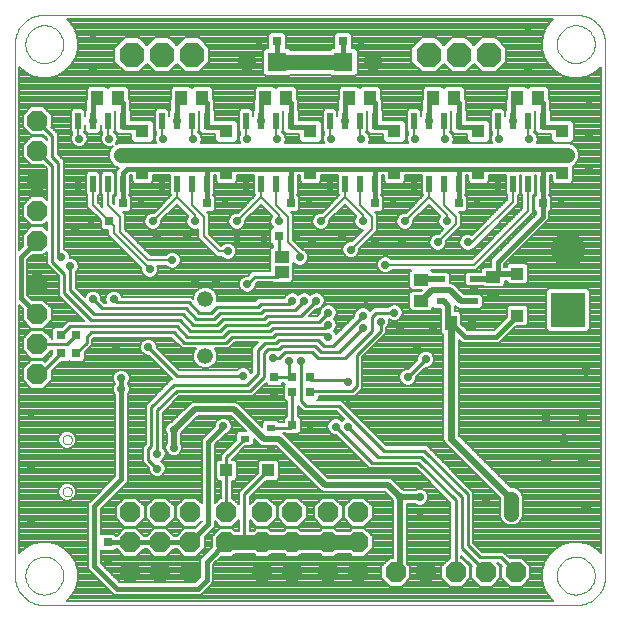
<source format=gbl>
G75*
%MOIN*%
%OFA0B0*%
%FSLAX24Y24*%
%IPPOS*%
%LPD*%
%AMOC8*
5,1,8,0,0,1.08239X$1,22.5*
%
%ADD10C,0.0000*%
%ADD11R,0.0394X0.0512*%
%ADD12OC8,0.0832*%
%ADD13C,0.1147*%
%ADD14R,0.1147X0.1147*%
%ADD15C,0.0630*%
%ADD16R,0.0630X0.0630*%
%ADD17R,0.0276X0.0315*%
%ADD18R,0.0216X0.0255*%
%ADD19OC8,0.0673*%
%ADD20R,0.0512X0.0394*%
%ADD21R,0.0314X0.0432*%
%ADD22R,0.0432X0.0314*%
%ADD23C,0.0524*%
%ADD24R,0.0315X0.0276*%
%ADD25R,0.0500X0.0420*%
%ADD26R,0.0255X0.0216*%
%ADD27R,0.0315X0.0217*%
%ADD28R,0.0433X0.0433*%
%ADD29R,0.0197X0.0551*%
%ADD30R,0.0315X0.0197*%
%ADD31R,0.0315X0.0117*%
%ADD32C,0.0080*%
%ADD33C,0.0200*%
%ADD34C,0.0295*%
%ADD35C,0.0354*%
%ADD36C,0.0160*%
%ADD37C,0.0280*%
%ADD38C,0.0500*%
%ADD39C,0.0100*%
%ADD40C,0.0240*%
%ADD41C,0.0200*%
D10*
X002834Y001872D02*
X002834Y019588D01*
X003189Y019588D02*
X003191Y019638D01*
X003197Y019688D01*
X003207Y019737D01*
X003221Y019785D01*
X003238Y019832D01*
X003259Y019877D01*
X003284Y019921D01*
X003312Y019962D01*
X003344Y020001D01*
X003378Y020038D01*
X003415Y020072D01*
X003455Y020102D01*
X003497Y020129D01*
X003541Y020153D01*
X003587Y020174D01*
X003634Y020190D01*
X003682Y020203D01*
X003732Y020212D01*
X003781Y020217D01*
X003832Y020218D01*
X003882Y020215D01*
X003931Y020208D01*
X003980Y020197D01*
X004028Y020182D01*
X004074Y020164D01*
X004119Y020142D01*
X004162Y020116D01*
X004203Y020087D01*
X004242Y020055D01*
X004278Y020020D01*
X004310Y019982D01*
X004340Y019942D01*
X004367Y019899D01*
X004390Y019855D01*
X004409Y019809D01*
X004425Y019761D01*
X004437Y019712D01*
X004445Y019663D01*
X004449Y019613D01*
X004449Y019563D01*
X004445Y019513D01*
X004437Y019464D01*
X004425Y019415D01*
X004409Y019367D01*
X004390Y019321D01*
X004367Y019277D01*
X004340Y019234D01*
X004310Y019194D01*
X004278Y019156D01*
X004242Y019121D01*
X004203Y019089D01*
X004162Y019060D01*
X004119Y019034D01*
X004074Y019012D01*
X004028Y018994D01*
X003980Y018979D01*
X003931Y018968D01*
X003882Y018961D01*
X003832Y018958D01*
X003781Y018959D01*
X003732Y018964D01*
X003682Y018973D01*
X003634Y018986D01*
X003587Y019002D01*
X003541Y019023D01*
X003497Y019047D01*
X003455Y019074D01*
X003415Y019104D01*
X003378Y019138D01*
X003344Y019175D01*
X003312Y019214D01*
X003284Y019255D01*
X003259Y019299D01*
X003238Y019344D01*
X003221Y019391D01*
X003207Y019439D01*
X003197Y019488D01*
X003191Y019538D01*
X003189Y019588D01*
X002835Y019588D02*
X002837Y019650D01*
X002843Y019711D01*
X002852Y019772D01*
X002866Y019833D01*
X002883Y019892D01*
X002904Y019950D01*
X002929Y020007D01*
X002957Y020062D01*
X002988Y020115D01*
X003023Y020166D01*
X003061Y020215D01*
X003102Y020262D01*
X003145Y020305D01*
X003192Y020346D01*
X003241Y020384D01*
X003292Y020419D01*
X003345Y020450D01*
X003400Y020478D01*
X003457Y020503D01*
X003515Y020524D01*
X003574Y020541D01*
X003635Y020555D01*
X003696Y020564D01*
X003757Y020570D01*
X003819Y020572D01*
X021535Y020572D01*
X020905Y019588D02*
X020907Y019638D01*
X020913Y019688D01*
X020923Y019737D01*
X020937Y019785D01*
X020954Y019832D01*
X020975Y019877D01*
X021000Y019921D01*
X021028Y019962D01*
X021060Y020001D01*
X021094Y020038D01*
X021131Y020072D01*
X021171Y020102D01*
X021213Y020129D01*
X021257Y020153D01*
X021303Y020174D01*
X021350Y020190D01*
X021398Y020203D01*
X021448Y020212D01*
X021497Y020217D01*
X021548Y020218D01*
X021598Y020215D01*
X021647Y020208D01*
X021696Y020197D01*
X021744Y020182D01*
X021790Y020164D01*
X021835Y020142D01*
X021878Y020116D01*
X021919Y020087D01*
X021958Y020055D01*
X021994Y020020D01*
X022026Y019982D01*
X022056Y019942D01*
X022083Y019899D01*
X022106Y019855D01*
X022125Y019809D01*
X022141Y019761D01*
X022153Y019712D01*
X022161Y019663D01*
X022165Y019613D01*
X022165Y019563D01*
X022161Y019513D01*
X022153Y019464D01*
X022141Y019415D01*
X022125Y019367D01*
X022106Y019321D01*
X022083Y019277D01*
X022056Y019234D01*
X022026Y019194D01*
X021994Y019156D01*
X021958Y019121D01*
X021919Y019089D01*
X021878Y019060D01*
X021835Y019034D01*
X021790Y019012D01*
X021744Y018994D01*
X021696Y018979D01*
X021647Y018968D01*
X021598Y018961D01*
X021548Y018958D01*
X021497Y018959D01*
X021448Y018964D01*
X021398Y018973D01*
X021350Y018986D01*
X021303Y019002D01*
X021257Y019023D01*
X021213Y019047D01*
X021171Y019074D01*
X021131Y019104D01*
X021094Y019138D01*
X021060Y019175D01*
X021028Y019214D01*
X021000Y019255D01*
X020975Y019299D01*
X020954Y019344D01*
X020937Y019391D01*
X020923Y019439D01*
X020913Y019488D01*
X020907Y019538D01*
X020905Y019588D01*
X021535Y020572D02*
X021597Y020570D01*
X021658Y020564D01*
X021719Y020555D01*
X021780Y020541D01*
X021839Y020524D01*
X021897Y020503D01*
X021954Y020478D01*
X022009Y020450D01*
X022062Y020419D01*
X022113Y020384D01*
X022162Y020346D01*
X022209Y020305D01*
X022252Y020262D01*
X022293Y020215D01*
X022331Y020166D01*
X022366Y020115D01*
X022397Y020062D01*
X022425Y020007D01*
X022450Y019950D01*
X022471Y019892D01*
X022488Y019833D01*
X022502Y019772D01*
X022511Y019711D01*
X022517Y019650D01*
X022519Y019588D01*
X022519Y001872D01*
X020905Y001872D02*
X020907Y001922D01*
X020913Y001972D01*
X020923Y002021D01*
X020937Y002069D01*
X020954Y002116D01*
X020975Y002161D01*
X021000Y002205D01*
X021028Y002246D01*
X021060Y002285D01*
X021094Y002322D01*
X021131Y002356D01*
X021171Y002386D01*
X021213Y002413D01*
X021257Y002437D01*
X021303Y002458D01*
X021350Y002474D01*
X021398Y002487D01*
X021448Y002496D01*
X021497Y002501D01*
X021548Y002502D01*
X021598Y002499D01*
X021647Y002492D01*
X021696Y002481D01*
X021744Y002466D01*
X021790Y002448D01*
X021835Y002426D01*
X021878Y002400D01*
X021919Y002371D01*
X021958Y002339D01*
X021994Y002304D01*
X022026Y002266D01*
X022056Y002226D01*
X022083Y002183D01*
X022106Y002139D01*
X022125Y002093D01*
X022141Y002045D01*
X022153Y001996D01*
X022161Y001947D01*
X022165Y001897D01*
X022165Y001847D01*
X022161Y001797D01*
X022153Y001748D01*
X022141Y001699D01*
X022125Y001651D01*
X022106Y001605D01*
X022083Y001561D01*
X022056Y001518D01*
X022026Y001478D01*
X021994Y001440D01*
X021958Y001405D01*
X021919Y001373D01*
X021878Y001344D01*
X021835Y001318D01*
X021790Y001296D01*
X021744Y001278D01*
X021696Y001263D01*
X021647Y001252D01*
X021598Y001245D01*
X021548Y001242D01*
X021497Y001243D01*
X021448Y001248D01*
X021398Y001257D01*
X021350Y001270D01*
X021303Y001286D01*
X021257Y001307D01*
X021213Y001331D01*
X021171Y001358D01*
X021131Y001388D01*
X021094Y001422D01*
X021060Y001459D01*
X021028Y001498D01*
X021000Y001539D01*
X020975Y001583D01*
X020954Y001628D01*
X020937Y001675D01*
X020923Y001723D01*
X020913Y001772D01*
X020907Y001822D01*
X020905Y001872D01*
X021535Y000888D02*
X021597Y000890D01*
X021658Y000896D01*
X021719Y000905D01*
X021780Y000919D01*
X021839Y000936D01*
X021897Y000957D01*
X021954Y000982D01*
X022009Y001010D01*
X022062Y001041D01*
X022113Y001076D01*
X022162Y001114D01*
X022209Y001155D01*
X022252Y001198D01*
X022293Y001245D01*
X022331Y001294D01*
X022366Y001345D01*
X022397Y001398D01*
X022425Y001453D01*
X022450Y001510D01*
X022471Y001568D01*
X022488Y001627D01*
X022502Y001688D01*
X022511Y001749D01*
X022517Y001810D01*
X022519Y001872D01*
X021535Y000887D02*
X003819Y000887D01*
X003189Y001872D02*
X003191Y001922D01*
X003197Y001972D01*
X003207Y002021D01*
X003221Y002069D01*
X003238Y002116D01*
X003259Y002161D01*
X003284Y002205D01*
X003312Y002246D01*
X003344Y002285D01*
X003378Y002322D01*
X003415Y002356D01*
X003455Y002386D01*
X003497Y002413D01*
X003541Y002437D01*
X003587Y002458D01*
X003634Y002474D01*
X003682Y002487D01*
X003732Y002496D01*
X003781Y002501D01*
X003832Y002502D01*
X003882Y002499D01*
X003931Y002492D01*
X003980Y002481D01*
X004028Y002466D01*
X004074Y002448D01*
X004119Y002426D01*
X004162Y002400D01*
X004203Y002371D01*
X004242Y002339D01*
X004278Y002304D01*
X004310Y002266D01*
X004340Y002226D01*
X004367Y002183D01*
X004390Y002139D01*
X004409Y002093D01*
X004425Y002045D01*
X004437Y001996D01*
X004445Y001947D01*
X004449Y001897D01*
X004449Y001847D01*
X004445Y001797D01*
X004437Y001748D01*
X004425Y001699D01*
X004409Y001651D01*
X004390Y001605D01*
X004367Y001561D01*
X004340Y001518D01*
X004310Y001478D01*
X004278Y001440D01*
X004242Y001405D01*
X004203Y001373D01*
X004162Y001344D01*
X004119Y001318D01*
X004074Y001296D01*
X004028Y001278D01*
X003980Y001263D01*
X003931Y001252D01*
X003882Y001245D01*
X003832Y001242D01*
X003781Y001243D01*
X003732Y001248D01*
X003682Y001257D01*
X003634Y001270D01*
X003587Y001286D01*
X003541Y001307D01*
X003497Y001331D01*
X003455Y001358D01*
X003415Y001388D01*
X003378Y001422D01*
X003344Y001459D01*
X003312Y001498D01*
X003284Y001539D01*
X003259Y001583D01*
X003238Y001628D01*
X003221Y001675D01*
X003207Y001723D01*
X003197Y001772D01*
X003191Y001822D01*
X003189Y001872D01*
X002835Y001872D02*
X002837Y001810D01*
X002843Y001749D01*
X002852Y001688D01*
X002866Y001627D01*
X002883Y001568D01*
X002904Y001510D01*
X002929Y001453D01*
X002957Y001398D01*
X002988Y001345D01*
X003023Y001294D01*
X003061Y001245D01*
X003102Y001198D01*
X003145Y001155D01*
X003192Y001114D01*
X003241Y001076D01*
X003292Y001041D01*
X003345Y001010D01*
X003400Y000982D01*
X003457Y000957D01*
X003515Y000936D01*
X003574Y000919D01*
X003635Y000905D01*
X003696Y000896D01*
X003757Y000890D01*
X003819Y000888D01*
X004427Y004671D02*
X004429Y004696D01*
X004435Y004720D01*
X004444Y004742D01*
X004457Y004763D01*
X004473Y004782D01*
X004492Y004798D01*
X004513Y004811D01*
X004535Y004820D01*
X004559Y004826D01*
X004584Y004828D01*
X004609Y004826D01*
X004633Y004820D01*
X004655Y004811D01*
X004676Y004798D01*
X004695Y004782D01*
X004711Y004763D01*
X004724Y004742D01*
X004733Y004720D01*
X004739Y004696D01*
X004741Y004671D01*
X004739Y004646D01*
X004733Y004622D01*
X004724Y004600D01*
X004711Y004579D01*
X004695Y004560D01*
X004676Y004544D01*
X004655Y004531D01*
X004633Y004522D01*
X004609Y004516D01*
X004584Y004514D01*
X004559Y004516D01*
X004535Y004522D01*
X004513Y004531D01*
X004492Y004544D01*
X004473Y004560D01*
X004457Y004579D01*
X004444Y004600D01*
X004435Y004622D01*
X004429Y004646D01*
X004427Y004671D01*
X004427Y006404D02*
X004429Y006429D01*
X004435Y006453D01*
X004444Y006475D01*
X004457Y006496D01*
X004473Y006515D01*
X004492Y006531D01*
X004513Y006544D01*
X004535Y006553D01*
X004559Y006559D01*
X004584Y006561D01*
X004609Y006559D01*
X004633Y006553D01*
X004655Y006544D01*
X004676Y006531D01*
X004695Y006515D01*
X004711Y006496D01*
X004724Y006475D01*
X004733Y006453D01*
X004739Y006429D01*
X004741Y006404D01*
X004739Y006379D01*
X004733Y006355D01*
X004724Y006333D01*
X004711Y006312D01*
X004695Y006293D01*
X004676Y006277D01*
X004655Y006264D01*
X004633Y006255D01*
X004609Y006249D01*
X004584Y006247D01*
X004559Y006249D01*
X004535Y006255D01*
X004513Y006264D01*
X004492Y006277D01*
X004473Y006293D01*
X004457Y006312D01*
X004444Y006333D01*
X004435Y006355D01*
X004429Y006379D01*
X004427Y006404D01*
D11*
X005584Y017787D03*
X006284Y017787D03*
X008384Y017787D03*
X009084Y017787D03*
X011184Y017787D03*
X011884Y017787D03*
X013984Y017787D03*
X014684Y017787D03*
X016784Y017787D03*
X017484Y017787D03*
X019584Y017787D03*
X020284Y017787D03*
X017384Y010287D03*
D12*
X017634Y019237D03*
X016634Y019237D03*
X018634Y019237D03*
X008734Y019237D03*
X007734Y019237D03*
X006734Y019237D03*
D13*
X021284Y012737D03*
D14*
X021284Y010737D03*
D15*
X014784Y018987D03*
X010584Y018987D03*
D16*
X011584Y018987D03*
X013784Y018987D03*
D17*
X013784Y019687D03*
X011584Y019687D03*
X012034Y014287D03*
X011634Y013187D03*
X009234Y014287D03*
X006434Y014287D03*
X005984Y013687D03*
X012084Y008487D03*
X012084Y007987D03*
X012684Y007987D03*
X012684Y008487D03*
X012084Y006887D03*
X014834Y014287D03*
X017634Y014287D03*
X020434Y014287D03*
D18*
X021034Y014287D03*
X018234Y014287D03*
X015434Y014287D03*
X012634Y014287D03*
X012234Y013187D03*
X009834Y014287D03*
X007034Y014287D03*
X005384Y013687D03*
X010984Y019687D03*
X014384Y019687D03*
X012684Y006887D03*
D19*
X012084Y003987D03*
X011084Y003987D03*
X009884Y003987D03*
X009884Y002987D03*
X011084Y002987D03*
X011084Y001987D03*
X012084Y001987D03*
X012084Y002987D03*
X013284Y002987D03*
X014284Y002987D03*
X014284Y001987D03*
X013284Y001987D03*
X015534Y001987D03*
X016534Y001987D03*
X017534Y001987D03*
X018534Y001987D03*
X019534Y001987D03*
X014284Y003987D03*
X013284Y003987D03*
X008684Y003987D03*
X007684Y003987D03*
X006684Y003987D03*
X006684Y002987D03*
X006684Y001987D03*
X007684Y001987D03*
X008684Y001987D03*
X008684Y002987D03*
X007684Y002987D03*
X003584Y008587D03*
X003584Y009587D03*
X003584Y010587D03*
X003584Y011587D03*
X003584Y013037D03*
X003584Y014037D03*
X003584Y015037D03*
X003584Y016037D03*
X003584Y017037D03*
D20*
X016384Y011737D03*
X016384Y011037D03*
X018784Y011837D03*
D21*
X018084Y010287D03*
D22*
X018784Y011137D03*
D23*
X009184Y011087D03*
X009184Y009187D03*
D24*
X011484Y008487D03*
X005934Y002987D03*
X004884Y009287D03*
X004384Y009287D03*
X004384Y009887D03*
X004884Y009887D03*
D25*
X011734Y011987D03*
X011734Y012487D03*
D26*
X011484Y007887D03*
X005934Y002387D03*
D27*
X010501Y006437D03*
X011367Y006063D03*
X011367Y006811D03*
D28*
X011284Y005387D03*
X009884Y005387D03*
X019584Y010537D03*
X019584Y011937D03*
X018284Y015287D03*
X018284Y016687D03*
X021084Y016687D03*
X021084Y015287D03*
X015484Y015287D03*
X015484Y016687D03*
X012684Y016687D03*
X012684Y015287D03*
X009884Y015287D03*
X009884Y016687D03*
X007084Y016687D03*
X007084Y015287D03*
D29*
X006434Y014937D03*
X005934Y014937D03*
X005434Y014937D03*
X004934Y014937D03*
X004934Y017037D03*
X005434Y017037D03*
X005934Y017037D03*
X006434Y017037D03*
X007734Y017037D03*
X008234Y017037D03*
X008734Y017037D03*
X009234Y017037D03*
X010534Y017037D03*
X011034Y017037D03*
X011534Y017037D03*
X012034Y017037D03*
X013334Y017037D03*
X013834Y017037D03*
X014334Y017037D03*
X014834Y017037D03*
X016134Y017037D03*
X016634Y017037D03*
X017134Y017037D03*
X017634Y017037D03*
X018934Y017037D03*
X019434Y017037D03*
X019934Y017037D03*
X020434Y017037D03*
X020434Y014937D03*
X019934Y014937D03*
X019434Y014937D03*
X018934Y014937D03*
X017634Y014937D03*
X017134Y014937D03*
X016634Y014937D03*
X016134Y014937D03*
X014834Y014937D03*
X014334Y014937D03*
X013834Y014937D03*
X013334Y014937D03*
X012034Y014937D03*
X011534Y014937D03*
X011034Y014937D03*
X010534Y014937D03*
X009234Y014937D03*
X008734Y014937D03*
X008234Y014937D03*
X007734Y014937D03*
D30*
X017034Y011761D03*
X017034Y011013D03*
X018134Y011013D03*
X018134Y011761D03*
D31*
X018134Y011387D03*
D32*
X018182Y011253D02*
X017808Y011253D01*
X017538Y011523D01*
X017470Y011591D01*
X017382Y011627D01*
X017332Y011627D01*
X017332Y011918D01*
X017250Y012000D01*
X017086Y012000D01*
X017082Y012001D01*
X016771Y012001D01*
X016715Y012057D01*
X018209Y012057D01*
X018314Y012163D01*
X020114Y013963D01*
X020114Y014545D01*
X020173Y014604D01*
X020173Y015217D01*
X020196Y015217D01*
X020196Y014604D01*
X020214Y014585D01*
X020214Y014561D01*
X020157Y014503D01*
X020157Y014072D01*
X020214Y014014D01*
X020214Y013929D01*
X018843Y012557D01*
X018714Y012429D01*
X018714Y012174D01*
X018470Y012174D01*
X018388Y012092D01*
X018388Y012001D01*
X018087Y012001D01*
X018083Y012000D01*
X017919Y012000D01*
X017837Y011918D01*
X017837Y011605D01*
X017919Y011523D01*
X018083Y011523D01*
X018087Y011521D01*
X018450Y011521D01*
X018470Y011501D01*
X019098Y011501D01*
X019180Y011583D01*
X019180Y011697D01*
X019228Y011697D01*
X019228Y011663D01*
X019310Y011581D01*
X019859Y011581D01*
X019941Y011663D01*
X019941Y012212D01*
X019859Y012294D01*
X019310Y012294D01*
X019228Y012212D01*
X019228Y012177D01*
X019154Y012177D01*
X019154Y012246D01*
X020654Y013746D01*
X020654Y014014D01*
X020712Y014072D01*
X020712Y014503D01*
X020654Y014561D01*
X020654Y014585D01*
X020673Y014604D01*
X020673Y015217D01*
X020728Y015217D01*
X020728Y015013D01*
X020810Y014931D01*
X021359Y014931D01*
X021441Y015013D01*
X021441Y015529D01*
X021467Y015540D01*
X021582Y015655D01*
X021644Y015806D01*
X021644Y015969D01*
X021582Y016120D01*
X021467Y016235D01*
X021316Y016297D01*
X020229Y016297D01*
X020264Y016382D01*
X020264Y016493D01*
X020222Y016596D01*
X020143Y016674D01*
X020173Y016704D01*
X020173Y017371D01*
X020172Y017371D01*
X020176Y017371D01*
X020176Y016696D01*
X020270Y016602D01*
X020376Y016602D01*
X020387Y016597D01*
X020708Y016597D01*
X020708Y016405D01*
X020802Y016311D01*
X021367Y016311D01*
X021461Y016405D01*
X021461Y016970D01*
X021367Y017064D01*
X021015Y017064D01*
X020982Y017077D01*
X020693Y017077D01*
X020693Y017379D01*
X020674Y017398D01*
X020674Y017685D01*
X020641Y017765D01*
X020641Y018110D01*
X020547Y018203D01*
X020021Y018203D01*
X019934Y018116D01*
X019847Y018203D01*
X019321Y018203D01*
X019227Y018110D01*
X019227Y017765D01*
X017841Y017765D01*
X017841Y018110D01*
X017747Y018203D01*
X017221Y018203D01*
X017134Y018116D01*
X017047Y018203D01*
X016521Y018203D01*
X016427Y018110D01*
X016427Y017765D01*
X015041Y017765D01*
X015041Y018110D01*
X014947Y018203D01*
X014421Y018203D01*
X014334Y018116D01*
X014247Y018203D01*
X013721Y018203D01*
X013627Y018110D01*
X013627Y017765D01*
X012241Y017765D01*
X012241Y018110D01*
X012147Y018203D01*
X011621Y018203D01*
X011534Y018116D01*
X011447Y018203D01*
X010921Y018203D01*
X010827Y018110D01*
X010827Y017765D01*
X009441Y017765D01*
X009441Y018110D01*
X009347Y018203D01*
X008821Y018203D01*
X008734Y018116D01*
X008647Y018203D01*
X008121Y018203D01*
X008027Y018110D01*
X008027Y017765D01*
X006641Y017765D01*
X006641Y018110D01*
X006547Y018203D01*
X006021Y018203D01*
X005934Y018116D01*
X005847Y018203D01*
X005321Y018203D01*
X005227Y018110D01*
X005227Y017765D01*
X002974Y017765D01*
X002974Y017843D02*
X005227Y017843D01*
X005227Y017765D02*
X005194Y017685D01*
X005194Y017398D01*
X005176Y017379D01*
X005176Y017197D01*
X005173Y017190D01*
X005173Y017371D01*
X005091Y017453D01*
X004778Y017453D01*
X004696Y017371D01*
X004696Y016704D01*
X004754Y016645D01*
X004754Y016603D01*
X004747Y016596D01*
X004704Y016493D01*
X004704Y016382D01*
X004747Y016279D01*
X004826Y016200D01*
X004929Y016157D01*
X005040Y016157D01*
X005143Y016200D01*
X005222Y016279D01*
X005264Y016382D01*
X005264Y016493D01*
X005222Y016596D01*
X005143Y016674D01*
X005173Y016704D01*
X005173Y016885D01*
X005176Y016877D01*
X005176Y016696D01*
X005270Y016602D01*
X005599Y016602D01*
X005693Y016696D01*
X005693Y016877D01*
X005696Y016885D01*
X005696Y016704D01*
X005754Y016645D01*
X005754Y016603D01*
X005747Y016596D01*
X005704Y016493D01*
X005704Y016382D01*
X005747Y016279D01*
X005826Y016200D01*
X005929Y016157D01*
X006040Y016157D01*
X006099Y016182D01*
X006037Y016120D01*
X005974Y015969D01*
X005974Y015806D01*
X006037Y015655D01*
X006152Y015540D01*
X006303Y015477D01*
X006313Y015477D01*
X006214Y015379D01*
X006214Y015289D01*
X006196Y015271D01*
X006196Y014604D01*
X006214Y014585D01*
X006214Y014561D01*
X006157Y014503D01*
X006157Y014270D01*
X006114Y014312D01*
X006114Y014545D01*
X006173Y014604D01*
X006173Y015271D01*
X006091Y015353D01*
X005778Y015353D01*
X005696Y015271D01*
X005696Y014604D01*
X005754Y014545D01*
X005754Y014172D01*
X005614Y014312D01*
X005614Y014545D01*
X005673Y014604D01*
X005673Y015271D01*
X005591Y015353D01*
X005278Y015353D01*
X005196Y015271D01*
X005196Y014604D01*
X005254Y014545D01*
X005254Y014163D01*
X005704Y013713D01*
X005704Y013632D01*
X005707Y013626D01*
X005707Y013472D01*
X005789Y013390D01*
X005954Y013390D01*
X005954Y013213D01*
X006060Y013107D01*
X007054Y012113D01*
X004957Y012113D01*
X004964Y012132D02*
X004964Y012243D01*
X004922Y012346D01*
X004843Y012425D01*
X004740Y012467D01*
X004664Y012467D01*
X004664Y012543D01*
X004622Y012646D01*
X004543Y012725D01*
X004474Y012753D01*
X004474Y015716D01*
X004363Y015827D01*
X004274Y015916D01*
X004274Y016616D01*
X004163Y016727D01*
X004056Y016835D01*
X004061Y016840D01*
X004061Y017235D01*
X003782Y017514D01*
X003387Y017514D01*
X003108Y017235D01*
X003108Y016840D01*
X003387Y016561D01*
X003782Y016561D01*
X003787Y016566D01*
X003894Y016459D01*
X003894Y016401D01*
X003782Y016514D01*
X003387Y016514D01*
X003108Y016235D01*
X003108Y015840D01*
X003387Y015561D01*
X003782Y015561D01*
X003787Y015566D01*
X003894Y015459D01*
X003894Y014401D01*
X003782Y014514D01*
X003387Y014514D01*
X003108Y014235D01*
X003108Y013840D01*
X002974Y013840D01*
X002974Y013918D02*
X003108Y013918D01*
X003108Y013840D02*
X003387Y013561D01*
X003782Y013561D01*
X003894Y013673D01*
X003894Y013401D01*
X003782Y013514D01*
X003387Y013514D01*
X003108Y013235D01*
X003108Y012872D01*
X002974Y012739D01*
X002974Y018843D01*
X003128Y018689D01*
X003385Y018541D01*
X003671Y018464D01*
X003967Y018464D01*
X004253Y018541D01*
X004509Y018689D01*
X004718Y018898D01*
X004866Y019154D01*
X004943Y019440D01*
X004943Y019736D01*
X004866Y020022D01*
X004718Y020278D01*
X004564Y020432D01*
X020789Y020432D01*
X020635Y020278D01*
X020487Y020022D01*
X020411Y019736D01*
X020411Y019440D01*
X020487Y019154D01*
X020635Y018898D01*
X020845Y018689D01*
X021101Y018541D01*
X021387Y018464D01*
X021683Y018464D01*
X021969Y018541D01*
X022225Y018689D01*
X022379Y018843D01*
X022379Y002617D01*
X022225Y002771D01*
X022379Y002771D01*
X022379Y002693D02*
X022304Y002693D01*
X022225Y002771D02*
X021969Y002919D01*
X021683Y002996D01*
X021387Y002996D01*
X021101Y002919D01*
X020845Y002771D01*
X020635Y002562D01*
X020487Y002306D01*
X020411Y002020D01*
X020411Y001724D01*
X020487Y001438D01*
X020635Y001181D01*
X020789Y001027D01*
X004564Y001027D01*
X004718Y001181D01*
X004866Y001438D01*
X004943Y001724D01*
X004943Y002020D01*
X004866Y002306D01*
X004718Y002562D01*
X004509Y002771D01*
X004253Y002919D01*
X003967Y002996D01*
X003671Y002996D01*
X003385Y002919D01*
X003128Y002771D01*
X002974Y002617D01*
X002974Y010886D01*
X003108Y010753D01*
X003108Y010390D01*
X003387Y010111D01*
X003782Y010111D01*
X004061Y010390D01*
X004061Y010785D01*
X003782Y011064D01*
X003419Y011064D01*
X003254Y011229D01*
X003254Y012396D01*
X003419Y012561D01*
X003782Y012561D01*
X003894Y012673D01*
X003894Y012259D01*
X004294Y011859D01*
X004294Y011209D01*
X005126Y010377D01*
X004606Y010377D01*
X004494Y010266D01*
X004393Y010165D01*
X004169Y010165D01*
X004087Y010083D01*
X004087Y009777D01*
X004061Y009777D01*
X004061Y009785D01*
X003782Y010064D01*
X003387Y010064D01*
X003108Y009785D01*
X003108Y009390D01*
X003387Y009111D01*
X003782Y009111D01*
X004061Y009390D01*
X004061Y009397D01*
X004087Y009397D01*
X004087Y009259D01*
X003837Y009009D01*
X003782Y009064D01*
X003387Y009064D01*
X003108Y008785D01*
X003108Y008390D01*
X003387Y008111D01*
X003782Y008111D01*
X004061Y008390D01*
X004061Y008695D01*
X004375Y009010D01*
X004600Y009010D01*
X004634Y009044D01*
X004669Y009010D01*
X005100Y009010D01*
X005182Y009092D01*
X005182Y009316D01*
X005424Y009559D01*
X005424Y009759D01*
X005463Y009797D01*
X008056Y009797D01*
X008406Y009447D01*
X008876Y009447D01*
X008844Y009415D01*
X008783Y009267D01*
X008783Y009107D01*
X008844Y008960D01*
X008957Y008847D01*
X009104Y008786D01*
X009264Y008786D01*
X009412Y008847D01*
X009525Y008960D01*
X009586Y009107D01*
X009586Y009267D01*
X009525Y009415D01*
X009493Y009447D01*
X009963Y009447D01*
X010163Y009647D01*
X010926Y009647D01*
X010744Y009466D01*
X010744Y008666D01*
X010702Y008624D01*
X010672Y008696D01*
X010593Y008775D01*
X010490Y008817D01*
X010379Y008817D01*
X010276Y008775D01*
X010228Y008727D01*
X008313Y008727D01*
X007564Y009476D01*
X007564Y009543D01*
X007522Y009646D01*
X007443Y009725D01*
X007340Y009767D01*
X007229Y009767D01*
X007126Y009725D01*
X007047Y009646D01*
X007004Y009543D01*
X007004Y009432D01*
X007047Y009329D01*
X007126Y009250D01*
X007229Y009207D01*
X007296Y009207D01*
X008076Y008427D01*
X008056Y008427D01*
X007194Y007566D01*
X007194Y006266D01*
X007094Y006166D01*
X007094Y005659D01*
X007304Y005449D01*
X007304Y005382D01*
X007347Y005279D01*
X007426Y005200D01*
X007529Y005157D01*
X007640Y005157D01*
X007743Y005200D01*
X007822Y005279D01*
X007864Y005382D01*
X007864Y005493D01*
X007822Y005596D01*
X007743Y005675D01*
X007712Y005687D01*
X007743Y005700D01*
X007822Y005779D01*
X007864Y005882D01*
X007864Y005993D01*
X007822Y006096D01*
X007774Y006143D01*
X007774Y007309D01*
X008313Y007847D01*
X010763Y007847D01*
X010874Y007959D01*
X011197Y008281D01*
X011269Y008210D01*
X011700Y008210D01*
X011782Y008292D01*
X011782Y008297D01*
X011807Y008297D01*
X011807Y008272D01*
X011841Y008237D01*
X011807Y008203D01*
X011807Y007772D01*
X011889Y007690D01*
X011894Y007690D01*
X011894Y007185D01*
X011889Y007185D01*
X011807Y007103D01*
X011807Y007001D01*
X011641Y007001D01*
X011583Y007060D01*
X011152Y007060D01*
X011070Y006978D01*
X011070Y006841D01*
X010338Y007573D01*
X010270Y007641D01*
X010182Y007677D01*
X008787Y007677D01*
X008698Y007641D01*
X008072Y007015D01*
X007976Y006975D01*
X007897Y006896D01*
X007854Y006793D01*
X007854Y006682D01*
X007894Y006585D01*
X007894Y006290D01*
X007854Y006193D01*
X007854Y006082D01*
X007897Y005979D01*
X007976Y005900D01*
X008079Y005857D01*
X008190Y005857D01*
X008293Y005900D01*
X008372Y005979D01*
X008414Y006082D01*
X008414Y006193D01*
X008374Y006290D01*
X008374Y006585D01*
X008412Y006675D01*
X008934Y007197D01*
X010035Y007197D01*
X010547Y006686D01*
X010286Y006686D01*
X010204Y006604D01*
X010204Y006409D01*
X009806Y006010D01*
X009694Y005899D01*
X009694Y005744D01*
X009610Y005744D01*
X009528Y005662D01*
X009528Y005113D01*
X009610Y005031D01*
X009694Y005031D01*
X009694Y004464D01*
X009687Y004464D01*
X009504Y004281D01*
X009504Y006246D01*
X009835Y006577D01*
X009840Y006577D01*
X009943Y006620D01*
X010022Y006699D01*
X010064Y006802D01*
X010064Y006913D01*
X010022Y007016D01*
X009943Y007095D01*
X009840Y007137D01*
X009729Y007137D01*
X009626Y007095D01*
X009547Y007016D01*
X009504Y006913D01*
X009504Y006869D01*
X009064Y006429D01*
X009064Y004281D01*
X008882Y004464D01*
X008487Y004464D01*
X008208Y004185D01*
X008208Y003790D01*
X008487Y003511D01*
X008882Y003511D01*
X009064Y003693D01*
X009064Y003679D01*
X008850Y003464D01*
X008487Y003464D01*
X008230Y003207D01*
X008138Y003207D01*
X007882Y003464D01*
X007487Y003464D01*
X007230Y003207D01*
X007138Y003207D01*
X006882Y003464D01*
X006487Y003464D01*
X006230Y003207D01*
X006208Y003207D01*
X006150Y003265D01*
X005719Y003265D01*
X005704Y003251D01*
X005704Y004096D01*
X006604Y004996D01*
X006604Y007911D01*
X006622Y007929D01*
X006664Y008032D01*
X006664Y008143D01*
X006622Y008246D01*
X006604Y008263D01*
X006604Y008281D01*
X006622Y008299D01*
X006664Y008402D01*
X006664Y008513D01*
X006622Y008616D01*
X006543Y008695D01*
X006440Y008737D01*
X006329Y008737D01*
X006226Y008695D01*
X006147Y008616D01*
X006104Y008513D01*
X006104Y008402D01*
X006147Y008299D01*
X006164Y008281D01*
X006164Y008263D01*
X006147Y008246D01*
X006104Y008143D01*
X006104Y008032D01*
X006147Y007929D01*
X006164Y007911D01*
X006164Y005179D01*
X005393Y004407D01*
X005264Y004279D01*
X005264Y002096D01*
X006014Y001346D01*
X006143Y001217D01*
X009025Y001217D01*
X009325Y001517D01*
X009454Y001646D01*
X009454Y002246D01*
X009719Y002511D01*
X010082Y002511D01*
X010168Y002597D01*
X010800Y002597D01*
X010887Y002511D01*
X011282Y002511D01*
X011368Y002597D01*
X011800Y002597D01*
X011887Y002511D01*
X012282Y002511D01*
X012368Y002597D01*
X013000Y002597D01*
X013087Y002511D01*
X013482Y002511D01*
X013568Y002597D01*
X014000Y002597D01*
X014087Y002511D01*
X014482Y002511D01*
X014761Y002790D01*
X014761Y003185D01*
X014482Y003464D01*
X014087Y003464D01*
X014000Y003377D01*
X013568Y003377D01*
X013482Y003464D01*
X013087Y003464D01*
X013000Y003377D01*
X012368Y003377D01*
X012282Y003464D01*
X011887Y003464D01*
X011800Y003377D01*
X011368Y003377D01*
X011282Y003464D01*
X010887Y003464D01*
X010800Y003377D01*
X010674Y003377D01*
X010674Y003723D01*
X010887Y003511D01*
X011282Y003511D01*
X011561Y003790D01*
X011561Y004185D01*
X011282Y004464D01*
X010887Y004464D01*
X010674Y004251D01*
X010674Y004509D01*
X011196Y005031D01*
X011559Y005031D01*
X011641Y005113D01*
X011641Y005662D01*
X011559Y005744D01*
X011010Y005744D01*
X010928Y005662D01*
X010928Y005300D01*
X010406Y004777D01*
X010406Y004777D01*
X010294Y004666D01*
X010294Y004251D01*
X010082Y004464D01*
X010074Y004464D01*
X010074Y005031D01*
X010159Y005031D01*
X010241Y005113D01*
X010241Y005662D01*
X010159Y005744D01*
X010076Y005744D01*
X010522Y006189D01*
X010717Y006189D01*
X010799Y006271D01*
X010799Y006434D01*
X010998Y006234D01*
X011087Y006197D01*
X011535Y006197D01*
X013048Y004684D01*
X013137Y004647D01*
X015185Y004647D01*
X015407Y004425D01*
X015444Y004335D01*
X015444Y002464D01*
X015337Y002464D01*
X015058Y002185D01*
X015058Y001790D01*
X015337Y001511D01*
X015732Y001511D01*
X016011Y001790D01*
X016011Y002185D01*
X015924Y002271D01*
X015924Y004247D01*
X016182Y004247D01*
X016279Y004207D01*
X016390Y004207D01*
X016493Y004250D01*
X016572Y004329D01*
X016614Y004432D01*
X016614Y004543D01*
X016572Y004646D01*
X016493Y004725D01*
X016390Y004767D01*
X016279Y004767D01*
X016182Y004727D01*
X015837Y004727D01*
X015746Y004765D01*
X015488Y005023D01*
X015488Y005023D01*
X015420Y005091D01*
X015332Y005127D01*
X013284Y005127D01*
X011838Y006573D01*
X011790Y006621D01*
X011857Y006621D01*
X011889Y006590D01*
X012280Y006590D01*
X012362Y006672D01*
X012362Y007103D01*
X012280Y007185D01*
X012274Y007185D01*
X012274Y007529D01*
X012344Y007459D01*
X012456Y007347D01*
X013556Y007347D01*
X013813Y007090D01*
X013776Y007075D01*
X013734Y007033D01*
X013693Y007075D01*
X013590Y007117D01*
X013479Y007117D01*
X013376Y007075D01*
X013297Y006996D01*
X013254Y006893D01*
X013254Y006782D01*
X013297Y006679D01*
X013376Y006600D01*
X013479Y006557D01*
X013546Y006557D01*
X014544Y005559D01*
X014656Y005447D01*
X016206Y005447D01*
X017344Y004309D01*
X017344Y002464D01*
X017337Y002464D01*
X017058Y002185D01*
X017058Y001790D01*
X017337Y001511D01*
X017732Y001511D01*
X018011Y001790D01*
X018011Y002185D01*
X017732Y002464D01*
X017724Y002464D01*
X017724Y002529D01*
X018063Y002190D01*
X018058Y002185D01*
X018058Y001790D01*
X018337Y001511D01*
X018732Y001511D01*
X019011Y001790D01*
X019011Y002185D01*
X018898Y002297D01*
X018956Y002297D01*
X019063Y002190D01*
X019058Y002185D01*
X019058Y001790D01*
X019337Y001511D01*
X019732Y001511D01*
X020011Y001790D01*
X020011Y002185D01*
X019732Y002464D01*
X019337Y002464D01*
X019332Y002459D01*
X019113Y002677D01*
X018413Y002677D01*
X018124Y002966D01*
X018124Y004666D01*
X018013Y004777D01*
X016563Y006227D01*
X015213Y006227D01*
X013713Y007727D01*
X012918Y007727D01*
X012962Y007772D01*
X012962Y007847D01*
X014163Y007847D01*
X014274Y007959D01*
X014424Y008109D01*
X014424Y009159D01*
X015113Y009847D01*
X015224Y009959D01*
X015224Y010131D01*
X015272Y010179D01*
X015314Y010282D01*
X015314Y010393D01*
X015301Y010424D01*
X015326Y010400D01*
X015429Y010357D01*
X015540Y010357D01*
X015643Y010400D01*
X015722Y010479D01*
X015764Y010582D01*
X015764Y010693D01*
X015722Y010796D01*
X015643Y010875D01*
X015540Y010917D01*
X015429Y010917D01*
X015326Y010875D01*
X015278Y010827D01*
X014806Y010827D01*
X014694Y010716D01*
X014672Y010694D01*
X014672Y010696D01*
X014593Y010775D01*
X014490Y010817D01*
X014379Y010817D01*
X014276Y010775D01*
X014197Y010696D01*
X014154Y010593D01*
X014154Y010526D01*
X013552Y009924D01*
X013522Y009996D01*
X013480Y010037D01*
X013522Y010079D01*
X013564Y010182D01*
X013564Y010293D01*
X013522Y010396D01*
X013480Y010437D01*
X013522Y010479D01*
X013564Y010582D01*
X013564Y010693D01*
X013522Y010796D01*
X013443Y010875D01*
X013340Y010917D01*
X013229Y010917D01*
X013126Y010875D01*
X013047Y010796D01*
X013004Y010693D01*
X013004Y010626D01*
X012906Y010527D01*
X012643Y010527D01*
X012873Y010757D01*
X012940Y010757D01*
X013043Y010800D01*
X013122Y010879D01*
X013164Y010982D01*
X013164Y011093D01*
X013122Y011196D01*
X013043Y011275D01*
X012940Y011317D01*
X012829Y011317D01*
X012726Y011275D01*
X012684Y011233D01*
X012643Y011275D01*
X012540Y011317D01*
X012429Y011317D01*
X012326Y011275D01*
X012284Y011233D01*
X012243Y011275D01*
X012140Y011317D01*
X012029Y011317D01*
X011926Y011275D01*
X011847Y011196D01*
X011819Y011127D01*
X010956Y011127D01*
X010856Y011027D01*
X009586Y011027D01*
X009586Y011167D01*
X009525Y011315D01*
X009412Y011428D01*
X009264Y011489D01*
X009104Y011489D01*
X008957Y011428D01*
X008844Y011315D01*
X008783Y011167D01*
X008783Y011108D01*
X008713Y011177D01*
X006400Y011177D01*
X006372Y011246D01*
X006293Y011325D01*
X006190Y011367D01*
X006079Y011367D01*
X005976Y011325D01*
X005897Y011246D01*
X005854Y011143D01*
X005854Y011032D01*
X005877Y010977D01*
X005813Y010977D01*
X005714Y011076D01*
X005714Y011143D01*
X005672Y011246D01*
X005593Y011325D01*
X005490Y011367D01*
X005379Y011367D01*
X005276Y011325D01*
X005197Y011246D01*
X005167Y011174D01*
X004874Y011466D01*
X004874Y011981D01*
X004922Y012029D01*
X004964Y012132D01*
X004964Y012191D02*
X006976Y012191D01*
X007054Y012113D02*
X007054Y012032D01*
X007097Y011929D01*
X007176Y011850D01*
X007279Y011807D01*
X007390Y011807D01*
X007493Y011850D01*
X007572Y011929D01*
X007614Y012032D01*
X007614Y012143D01*
X007588Y012207D01*
X007868Y012207D01*
X007926Y012150D01*
X008029Y012107D01*
X008140Y012107D01*
X008243Y012150D01*
X008322Y012229D01*
X008364Y012332D01*
X008364Y012443D01*
X008322Y012546D01*
X008243Y012625D01*
X008140Y012667D01*
X008029Y012667D01*
X007926Y012625D01*
X007868Y012567D01*
X007359Y012567D01*
X006514Y013412D01*
X006514Y013912D01*
X006436Y013990D01*
X006630Y013990D01*
X006712Y014072D01*
X006712Y014503D01*
X006654Y014561D01*
X006654Y014585D01*
X006673Y014604D01*
X006673Y015215D01*
X006675Y015217D01*
X006728Y015217D01*
X006728Y015013D01*
X006810Y014931D01*
X007359Y014931D01*
X007441Y015013D01*
X007441Y015217D01*
X007996Y015217D01*
X007996Y014604D01*
X008046Y014554D01*
X007460Y013967D01*
X007379Y013967D01*
X007276Y013925D01*
X007197Y013846D01*
X007154Y013743D01*
X007154Y013632D01*
X007197Y013529D01*
X007276Y013450D01*
X007379Y013407D01*
X007490Y013407D01*
X007593Y013450D01*
X007672Y013529D01*
X007714Y013632D01*
X007714Y013713D01*
X008234Y014233D01*
X008609Y013858D01*
X008597Y013846D01*
X008554Y013743D01*
X008554Y013632D01*
X008597Y013529D01*
X008676Y013450D01*
X008779Y013407D01*
X008890Y013407D01*
X008954Y013434D01*
X008954Y013113D01*
X009454Y012613D01*
X009560Y012507D01*
X009718Y012507D01*
X009776Y012450D01*
X009879Y012407D01*
X009990Y012407D01*
X010093Y012450D01*
X010172Y012529D01*
X010214Y012632D01*
X010214Y012743D01*
X010172Y012846D01*
X010093Y012925D01*
X009990Y012967D01*
X009879Y012967D01*
X009776Y012925D01*
X009718Y012867D01*
X009709Y012867D01*
X009314Y013262D01*
X009314Y013912D01*
X009236Y013990D01*
X009430Y013990D01*
X009512Y014072D01*
X009512Y014503D01*
X009454Y014561D01*
X009454Y014585D01*
X009473Y014604D01*
X009473Y015217D01*
X009528Y015217D01*
X009528Y015013D01*
X009610Y014931D01*
X010159Y014931D01*
X010241Y015013D01*
X010241Y015217D01*
X010796Y015217D01*
X010796Y014604D01*
X010846Y014554D01*
X010260Y013967D01*
X010179Y013967D01*
X010076Y013925D01*
X009997Y013846D01*
X009954Y013743D01*
X009954Y013632D01*
X009997Y013529D01*
X010076Y013450D01*
X010179Y013407D01*
X010290Y013407D01*
X010393Y013450D01*
X010472Y013529D01*
X010514Y013632D01*
X010514Y013713D01*
X011034Y014233D01*
X011409Y013858D01*
X011397Y013846D01*
X011354Y013743D01*
X011354Y013632D01*
X011397Y013529D01*
X011441Y013485D01*
X011439Y013485D01*
X011357Y013403D01*
X011357Y012972D01*
X011439Y012890D01*
X011444Y012890D01*
X011444Y012837D01*
X011426Y012837D01*
X011344Y012755D01*
X011344Y012027D01*
X010756Y012027D01*
X010596Y011867D01*
X010529Y011867D01*
X010426Y011825D01*
X010347Y011746D01*
X010304Y011643D01*
X010304Y011532D01*
X010347Y011429D01*
X010426Y011350D01*
X010529Y011307D01*
X010640Y011307D01*
X010743Y011350D01*
X010822Y011429D01*
X010864Y011532D01*
X010864Y011599D01*
X010913Y011647D01*
X011416Y011647D01*
X011426Y011637D01*
X012042Y011637D01*
X012124Y011719D01*
X012124Y012301D01*
X012176Y012250D01*
X012279Y012207D01*
X012390Y012207D01*
X012493Y012250D01*
X012572Y012329D01*
X012614Y012432D01*
X012614Y012543D01*
X012572Y012646D01*
X012493Y012725D01*
X012422Y012754D01*
X012409Y012767D01*
X012114Y013062D01*
X012114Y013912D01*
X012036Y013990D01*
X012230Y013990D01*
X012312Y014072D01*
X012312Y014503D01*
X012254Y014561D01*
X012254Y014585D01*
X012273Y014604D01*
X012273Y015217D01*
X012328Y015217D01*
X012328Y015013D01*
X012410Y014931D01*
X012959Y014931D01*
X013041Y015013D01*
X013041Y015217D01*
X013596Y015217D01*
X013596Y014604D01*
X013646Y014554D01*
X013060Y013967D01*
X012979Y013967D01*
X012876Y013925D01*
X012797Y013846D01*
X012754Y013743D01*
X012754Y013632D01*
X012797Y013529D01*
X012876Y013450D01*
X012979Y013407D01*
X013090Y013407D01*
X013193Y013450D01*
X013272Y013529D01*
X013314Y013632D01*
X013314Y013713D01*
X013834Y014233D01*
X014209Y013858D01*
X014197Y013846D01*
X014154Y013743D01*
X014154Y013632D01*
X014197Y013529D01*
X014276Y013450D01*
X014379Y013407D01*
X014450Y013407D01*
X014060Y013017D01*
X013979Y013017D01*
X013876Y012975D01*
X013797Y012896D01*
X013754Y012793D01*
X013754Y012682D01*
X013797Y012579D01*
X013876Y012500D01*
X013979Y012457D01*
X014090Y012457D01*
X014193Y012500D01*
X014272Y012579D01*
X014314Y012682D01*
X014314Y012763D01*
X014914Y013363D01*
X014914Y013912D01*
X014836Y013990D01*
X015030Y013990D01*
X015112Y014072D01*
X015112Y014503D01*
X015054Y014561D01*
X015054Y014585D01*
X015073Y014604D01*
X015073Y015217D01*
X015128Y015217D01*
X015128Y015013D01*
X015210Y014931D01*
X015759Y014931D01*
X015841Y015013D01*
X015841Y015217D01*
X016396Y015217D01*
X016396Y014604D01*
X016446Y014554D01*
X015860Y013967D01*
X015779Y013967D01*
X015676Y013925D01*
X015597Y013846D01*
X015554Y013743D01*
X015554Y013632D01*
X015597Y013529D01*
X015676Y013450D01*
X015779Y013407D01*
X015890Y013407D01*
X015993Y013450D01*
X016072Y013529D01*
X016114Y013632D01*
X016114Y013713D01*
X016634Y014233D01*
X017009Y013858D01*
X016997Y013846D01*
X016954Y013743D01*
X016954Y013632D01*
X016997Y013529D01*
X017076Y013450D01*
X017123Y013430D01*
X016960Y013267D01*
X016879Y013267D01*
X016776Y013225D01*
X016697Y013146D01*
X016654Y013043D01*
X016654Y012932D01*
X016697Y012829D01*
X016776Y012750D01*
X016879Y012707D01*
X016990Y012707D01*
X017093Y012750D01*
X017172Y012829D01*
X017214Y012932D01*
X017214Y013013D01*
X017714Y013513D01*
X017714Y013912D01*
X017636Y013990D01*
X017830Y013990D01*
X017912Y014072D01*
X017912Y014503D01*
X017854Y014561D01*
X017854Y014585D01*
X017873Y014604D01*
X017873Y015217D01*
X017928Y015217D01*
X017928Y015013D01*
X018010Y014931D01*
X018559Y014931D01*
X018641Y015013D01*
X018641Y015217D01*
X019196Y015217D01*
X019196Y014604D01*
X019254Y014545D01*
X019254Y014412D01*
X018075Y013232D01*
X017990Y013267D01*
X017879Y013267D01*
X017776Y013225D01*
X017697Y013146D01*
X017654Y013043D01*
X017654Y012932D01*
X017697Y012829D01*
X017776Y012750D01*
X017879Y012707D01*
X017990Y012707D01*
X018093Y012750D01*
X018150Y012807D01*
X018159Y012807D01*
X019614Y014263D01*
X019614Y014545D01*
X019673Y014604D01*
X019673Y015217D01*
X019696Y015217D01*
X019696Y014604D01*
X019754Y014545D01*
X019754Y014112D01*
X018060Y012417D01*
X015400Y012417D01*
X015343Y012475D01*
X015240Y012517D01*
X015129Y012517D01*
X015026Y012475D01*
X014947Y012396D01*
X014904Y012293D01*
X014904Y012182D01*
X014947Y012079D01*
X015026Y012000D01*
X015129Y011957D01*
X015240Y011957D01*
X015343Y012000D01*
X015400Y012057D01*
X016054Y012057D01*
X015988Y011992D01*
X015988Y011483D01*
X016070Y011401D01*
X016408Y011401D01*
X016382Y011374D01*
X016070Y011374D01*
X015988Y011292D01*
X015988Y010783D01*
X016070Y010701D01*
X016698Y010701D01*
X016780Y010783D01*
X016780Y010814D01*
X016819Y010775D01*
X016983Y010775D01*
X016987Y010773D01*
X017035Y010773D01*
X017044Y010764D01*
X017044Y010440D01*
X017047Y010432D01*
X017047Y009974D01*
X017124Y009897D01*
X017124Y006386D01*
X017164Y006290D01*
X017237Y006217D01*
X017237Y006217D01*
X018994Y004460D01*
X018994Y003860D01*
X019054Y003716D01*
X019163Y003607D01*
X019307Y003547D01*
X019462Y003547D01*
X019605Y003607D01*
X019715Y003716D01*
X019774Y003860D01*
X019774Y004515D01*
X019715Y004658D01*
X019605Y004768D01*
X019462Y004827D01*
X019362Y004827D01*
X017644Y006545D01*
X017644Y009716D01*
X017743Y009617D01*
X018975Y009617D01*
X019104Y009746D01*
X019104Y009746D01*
X019539Y010181D01*
X019859Y010181D01*
X019941Y010263D01*
X019941Y010812D01*
X019859Y010894D01*
X019310Y010894D01*
X019228Y010812D01*
X019228Y010492D01*
X018793Y010057D01*
X017925Y010057D01*
X017721Y010262D01*
X017721Y010601D01*
X017639Y010683D01*
X017524Y010683D01*
X017524Y010858D01*
X017572Y010810D01*
X017661Y010773D01*
X018182Y010773D01*
X018186Y010775D01*
X018350Y010775D01*
X018432Y010857D01*
X018432Y011170D01*
X018350Y011252D01*
X018186Y011252D01*
X018182Y011253D01*
X018352Y011249D02*
X020551Y011249D01*
X020551Y011171D02*
X018431Y011171D01*
X018432Y011092D02*
X020551Y011092D01*
X020551Y011014D02*
X018432Y011014D01*
X018432Y010935D02*
X020551Y010935D01*
X020551Y010857D02*
X019896Y010857D01*
X019941Y010778D02*
X020551Y010778D01*
X020551Y010700D02*
X019941Y010700D01*
X019941Y010621D02*
X020551Y010621D01*
X020551Y010543D02*
X019941Y010543D01*
X019941Y010464D02*
X020551Y010464D01*
X020551Y010386D02*
X019941Y010386D01*
X019941Y010307D02*
X020551Y010307D01*
X020551Y010229D02*
X019907Y010229D01*
X019508Y010150D02*
X020551Y010150D01*
X020551Y010097D02*
X020644Y010004D01*
X021924Y010004D01*
X022018Y010097D01*
X022018Y011377D01*
X021924Y011471D01*
X020644Y011471D01*
X020551Y011377D01*
X020551Y010097D01*
X020576Y010072D02*
X019430Y010072D01*
X019351Y009993D02*
X022379Y009993D01*
X022379Y009915D02*
X019273Y009915D01*
X019194Y009836D02*
X022379Y009836D01*
X022379Y009758D02*
X019116Y009758D01*
X019037Y009679D02*
X022379Y009679D01*
X022379Y009601D02*
X017644Y009601D01*
X017644Y009679D02*
X017681Y009679D01*
X017644Y009522D02*
X022379Y009522D01*
X022379Y009444D02*
X017644Y009444D01*
X017644Y009365D02*
X022379Y009365D01*
X022379Y009287D02*
X017644Y009287D01*
X017644Y009208D02*
X022379Y009208D01*
X022379Y009130D02*
X017644Y009130D01*
X017644Y009051D02*
X022379Y009051D01*
X022379Y008973D02*
X017644Y008973D01*
X017644Y008894D02*
X022379Y008894D01*
X022379Y008816D02*
X017644Y008816D01*
X017644Y008737D02*
X022379Y008737D01*
X022379Y008659D02*
X017644Y008659D01*
X017644Y008580D02*
X022379Y008580D01*
X022379Y008502D02*
X017644Y008502D01*
X017644Y008423D02*
X022379Y008423D01*
X022379Y008345D02*
X017644Y008345D01*
X017644Y008266D02*
X022379Y008266D01*
X022379Y008188D02*
X017644Y008188D01*
X017644Y008109D02*
X022379Y008109D01*
X022379Y008031D02*
X017644Y008031D01*
X017644Y007952D02*
X022379Y007952D01*
X022379Y007874D02*
X017644Y007874D01*
X017644Y007795D02*
X022379Y007795D01*
X022379Y007717D02*
X017644Y007717D01*
X017644Y007638D02*
X022379Y007638D01*
X022379Y007560D02*
X017644Y007560D01*
X017644Y007481D02*
X022379Y007481D01*
X022379Y007403D02*
X017644Y007403D01*
X017644Y007324D02*
X022379Y007324D01*
X022379Y007246D02*
X017644Y007246D01*
X017644Y007167D02*
X022379Y007167D01*
X022379Y007089D02*
X017644Y007089D01*
X017644Y007010D02*
X022379Y007010D01*
X022379Y006932D02*
X017644Y006932D01*
X017644Y006853D02*
X022379Y006853D01*
X022379Y006775D02*
X017644Y006775D01*
X017644Y006696D02*
X022379Y006696D01*
X022379Y006618D02*
X017644Y006618D01*
X017650Y006539D02*
X022379Y006539D01*
X022379Y006461D02*
X017728Y006461D01*
X017807Y006382D02*
X022379Y006382D01*
X022379Y006304D02*
X017885Y006304D01*
X017964Y006225D02*
X022379Y006225D01*
X022379Y006147D02*
X018042Y006147D01*
X018121Y006068D02*
X022379Y006068D01*
X022379Y005990D02*
X018199Y005990D01*
X018278Y005911D02*
X022379Y005911D01*
X022379Y005833D02*
X018356Y005833D01*
X018435Y005754D02*
X022379Y005754D01*
X022379Y005676D02*
X018513Y005676D01*
X018592Y005597D02*
X022379Y005597D01*
X022379Y005519D02*
X018670Y005519D01*
X018749Y005440D02*
X022379Y005440D01*
X022379Y005362D02*
X018827Y005362D01*
X018906Y005283D02*
X022379Y005283D01*
X022379Y005205D02*
X018984Y005205D01*
X019063Y005126D02*
X022379Y005126D01*
X022379Y005048D02*
X019141Y005048D01*
X019220Y004969D02*
X022379Y004969D01*
X022379Y004891D02*
X019298Y004891D01*
X019498Y004812D02*
X022379Y004812D01*
X022379Y004734D02*
X019639Y004734D01*
X019716Y004655D02*
X022379Y004655D01*
X022379Y004577D02*
X019749Y004577D01*
X019774Y004498D02*
X022379Y004498D01*
X022379Y004420D02*
X019774Y004420D01*
X019774Y004341D02*
X022379Y004341D01*
X022379Y004263D02*
X019774Y004263D01*
X019774Y004184D02*
X022379Y004184D01*
X022379Y004106D02*
X019774Y004106D01*
X019774Y004027D02*
X022379Y004027D01*
X022379Y003949D02*
X019774Y003949D01*
X019774Y003870D02*
X022379Y003870D01*
X022379Y003792D02*
X019746Y003792D01*
X019712Y003713D02*
X022379Y003713D01*
X022379Y003635D02*
X019633Y003635D01*
X019484Y003556D02*
X022379Y003556D01*
X022379Y003478D02*
X018124Y003478D01*
X018124Y003556D02*
X019285Y003556D01*
X019135Y003635D02*
X018124Y003635D01*
X018124Y003713D02*
X019057Y003713D01*
X019022Y003792D02*
X018124Y003792D01*
X018124Y003870D02*
X018994Y003870D01*
X018994Y003949D02*
X018124Y003949D01*
X018124Y004027D02*
X018994Y004027D01*
X018994Y004106D02*
X018124Y004106D01*
X018124Y004184D02*
X018994Y004184D01*
X018994Y004263D02*
X018124Y004263D01*
X018124Y004341D02*
X018994Y004341D01*
X018994Y004420D02*
X018124Y004420D01*
X018124Y004498D02*
X018956Y004498D01*
X018877Y004577D02*
X018124Y004577D01*
X018124Y004655D02*
X018799Y004655D01*
X018720Y004734D02*
X018057Y004734D01*
X017978Y004812D02*
X018642Y004812D01*
X018563Y004891D02*
X017900Y004891D01*
X017821Y004969D02*
X018485Y004969D01*
X018406Y005048D02*
X017743Y005048D01*
X017664Y005126D02*
X018328Y005126D01*
X018249Y005205D02*
X017586Y005205D01*
X017507Y005283D02*
X018171Y005283D01*
X018092Y005362D02*
X017429Y005362D01*
X017350Y005440D02*
X018014Y005440D01*
X017935Y005519D02*
X017272Y005519D01*
X017193Y005597D02*
X017857Y005597D01*
X017778Y005676D02*
X017115Y005676D01*
X017036Y005754D02*
X017700Y005754D01*
X017621Y005833D02*
X016958Y005833D01*
X016879Y005911D02*
X017543Y005911D01*
X017464Y005990D02*
X016800Y005990D01*
X016722Y006068D02*
X017386Y006068D01*
X017307Y006147D02*
X016643Y006147D01*
X016565Y006225D02*
X017229Y006225D01*
X017158Y006304D02*
X015136Y006304D01*
X015058Y006382D02*
X017126Y006382D01*
X017124Y006461D02*
X014979Y006461D01*
X014901Y006539D02*
X017124Y006539D01*
X017124Y006618D02*
X014822Y006618D01*
X014744Y006696D02*
X017124Y006696D01*
X017124Y006775D02*
X014665Y006775D01*
X014587Y006853D02*
X017124Y006853D01*
X017124Y006932D02*
X014508Y006932D01*
X014430Y007010D02*
X017124Y007010D01*
X017124Y007089D02*
X014351Y007089D01*
X014273Y007167D02*
X017124Y007167D01*
X017124Y007246D02*
X014194Y007246D01*
X014116Y007324D02*
X017124Y007324D01*
X017124Y007403D02*
X014037Y007403D01*
X013959Y007481D02*
X017124Y007481D01*
X017124Y007560D02*
X013880Y007560D01*
X013802Y007638D02*
X017124Y007638D01*
X017124Y007717D02*
X013723Y007717D01*
X013579Y007324D02*
X012274Y007324D01*
X012274Y007246D02*
X013657Y007246D01*
X013736Y007167D02*
X012298Y007167D01*
X012362Y007089D02*
X013410Y007089D01*
X013311Y007010D02*
X012362Y007010D01*
X012362Y006932D02*
X013270Y006932D01*
X013254Y006853D02*
X012362Y006853D01*
X012362Y006775D02*
X013257Y006775D01*
X013290Y006696D02*
X012362Y006696D01*
X012308Y006618D02*
X013358Y006618D01*
X013564Y006539D02*
X011872Y006539D01*
X011861Y006618D02*
X011793Y006618D01*
X011950Y006461D02*
X013642Y006461D01*
X013721Y006382D02*
X012029Y006382D01*
X012107Y006304D02*
X013799Y006304D01*
X013878Y006225D02*
X012186Y006225D01*
X012264Y006147D02*
X013956Y006147D01*
X014035Y006068D02*
X012343Y006068D01*
X012421Y005990D02*
X014113Y005990D01*
X014192Y005911D02*
X012500Y005911D01*
X012578Y005833D02*
X014270Y005833D01*
X014349Y005754D02*
X012657Y005754D01*
X012735Y005676D02*
X014427Y005676D01*
X014506Y005597D02*
X012814Y005597D01*
X012892Y005519D02*
X014584Y005519D01*
X015334Y005126D02*
X016527Y005126D01*
X016605Y005048D02*
X015463Y005048D01*
X015542Y004969D02*
X016684Y004969D01*
X016762Y004891D02*
X015620Y004891D01*
X015699Y004812D02*
X016841Y004812D01*
X016919Y004734D02*
X016471Y004734D01*
X016562Y004655D02*
X016998Y004655D01*
X017076Y004577D02*
X016600Y004577D01*
X016614Y004498D02*
X017155Y004498D01*
X017233Y004420D02*
X016609Y004420D01*
X016577Y004341D02*
X017312Y004341D01*
X017344Y004263D02*
X016506Y004263D01*
X016198Y004734D02*
X015821Y004734D01*
X015409Y004420D02*
X014526Y004420D01*
X014482Y004464D02*
X014087Y004464D01*
X013808Y004185D01*
X013808Y003790D01*
X014087Y003511D01*
X014482Y003511D01*
X014761Y003790D01*
X014761Y004185D01*
X014482Y004464D01*
X014604Y004341D02*
X015442Y004341D01*
X015444Y004263D02*
X014683Y004263D01*
X014761Y004184D02*
X015444Y004184D01*
X015444Y004106D02*
X014761Y004106D01*
X014761Y004027D02*
X015444Y004027D01*
X015444Y003949D02*
X014761Y003949D01*
X014761Y003870D02*
X015444Y003870D01*
X015444Y003792D02*
X014761Y003792D01*
X014684Y003713D02*
X015444Y003713D01*
X015444Y003635D02*
X014606Y003635D01*
X014527Y003556D02*
X015444Y003556D01*
X015444Y003478D02*
X010674Y003478D01*
X010674Y003556D02*
X010841Y003556D01*
X010763Y003635D02*
X010674Y003635D01*
X010674Y003713D02*
X010684Y003713D01*
X010674Y003399D02*
X010822Y003399D01*
X011346Y003399D02*
X011822Y003399D01*
X011887Y003511D02*
X012282Y003511D01*
X012561Y003790D01*
X012561Y004185D01*
X012282Y004464D01*
X011887Y004464D01*
X011608Y004185D01*
X011608Y003790D01*
X011887Y003511D01*
X011841Y003556D02*
X011327Y003556D01*
X011406Y003635D02*
X011763Y003635D01*
X011684Y003713D02*
X011484Y003713D01*
X011561Y003792D02*
X011608Y003792D01*
X011608Y003870D02*
X011561Y003870D01*
X011561Y003949D02*
X011608Y003949D01*
X011608Y004027D02*
X011561Y004027D01*
X011561Y004106D02*
X011608Y004106D01*
X011608Y004184D02*
X011561Y004184D01*
X011483Y004263D02*
X011686Y004263D01*
X011764Y004341D02*
X011404Y004341D01*
X011326Y004420D02*
X011843Y004420D01*
X012326Y004420D02*
X013043Y004420D01*
X013087Y004464D02*
X012808Y004185D01*
X012808Y003790D01*
X013087Y003511D01*
X013482Y003511D01*
X013761Y003790D01*
X013761Y004185D01*
X013482Y004464D01*
X013087Y004464D01*
X012964Y004341D02*
X012404Y004341D01*
X012483Y004263D02*
X012886Y004263D01*
X012808Y004184D02*
X012561Y004184D01*
X012561Y004106D02*
X012808Y004106D01*
X012808Y004027D02*
X012561Y004027D01*
X012561Y003949D02*
X012808Y003949D01*
X012808Y003870D02*
X012561Y003870D01*
X012561Y003792D02*
X012808Y003792D01*
X012884Y003713D02*
X012484Y003713D01*
X012406Y003635D02*
X012963Y003635D01*
X013041Y003556D02*
X012327Y003556D01*
X012346Y003399D02*
X013022Y003399D01*
X013546Y003399D02*
X014022Y003399D01*
X014041Y003556D02*
X013527Y003556D01*
X013606Y003635D02*
X013963Y003635D01*
X013884Y003713D02*
X013684Y003713D01*
X013761Y003792D02*
X013808Y003792D01*
X013808Y003870D02*
X013761Y003870D01*
X013761Y003949D02*
X013808Y003949D01*
X013808Y004027D02*
X013761Y004027D01*
X013761Y004106D02*
X013808Y004106D01*
X013808Y004184D02*
X013761Y004184D01*
X013683Y004263D02*
X013886Y004263D01*
X013964Y004341D02*
X013604Y004341D01*
X013526Y004420D02*
X014043Y004420D01*
X013117Y004655D02*
X010821Y004655D01*
X010743Y004577D02*
X015255Y004577D01*
X015334Y004498D02*
X010674Y004498D01*
X010674Y004420D02*
X010843Y004420D01*
X010764Y004341D02*
X010674Y004341D01*
X010674Y004263D02*
X010686Y004263D01*
X010294Y004263D02*
X010283Y004263D01*
X010294Y004341D02*
X010204Y004341D01*
X010126Y004420D02*
X010294Y004420D01*
X010294Y004498D02*
X010074Y004498D01*
X010074Y004577D02*
X010294Y004577D01*
X010294Y004655D02*
X010074Y004655D01*
X010074Y004734D02*
X010362Y004734D01*
X010441Y004812D02*
X010074Y004812D01*
X010074Y004891D02*
X010519Y004891D01*
X010598Y004969D02*
X010074Y004969D01*
X010176Y005048D02*
X010676Y005048D01*
X010755Y005126D02*
X010241Y005126D01*
X010241Y005205D02*
X010833Y005205D01*
X010912Y005283D02*
X010241Y005283D01*
X010241Y005362D02*
X010928Y005362D01*
X010928Y005440D02*
X010241Y005440D01*
X010241Y005519D02*
X010928Y005519D01*
X010928Y005597D02*
X010241Y005597D01*
X010227Y005676D02*
X010942Y005676D01*
X011019Y006225D02*
X010753Y006225D01*
X010799Y006304D02*
X010928Y006304D01*
X010850Y006382D02*
X010799Y006382D01*
X010479Y006147D02*
X011585Y006147D01*
X011664Y006068D02*
X010401Y006068D01*
X010322Y005990D02*
X011742Y005990D01*
X011821Y005911D02*
X010244Y005911D01*
X010165Y005833D02*
X011899Y005833D01*
X011978Y005754D02*
X010087Y005754D01*
X009864Y006068D02*
X009504Y006068D01*
X009504Y005990D02*
X009785Y005990D01*
X009707Y005911D02*
X009504Y005911D01*
X009504Y005833D02*
X009694Y005833D01*
X009694Y005754D02*
X009504Y005754D01*
X009504Y005676D02*
X009542Y005676D01*
X009528Y005597D02*
X009504Y005597D01*
X009504Y005519D02*
X009528Y005519D01*
X009528Y005440D02*
X009504Y005440D01*
X009504Y005362D02*
X009528Y005362D01*
X009528Y005283D02*
X009504Y005283D01*
X009504Y005205D02*
X009528Y005205D01*
X009528Y005126D02*
X009504Y005126D01*
X009504Y005048D02*
X009593Y005048D01*
X009504Y004969D02*
X009694Y004969D01*
X009694Y004891D02*
X009504Y004891D01*
X009504Y004812D02*
X009694Y004812D01*
X009694Y004734D02*
X009504Y004734D01*
X009504Y004655D02*
X009694Y004655D01*
X009694Y004577D02*
X009504Y004577D01*
X009504Y004498D02*
X009694Y004498D01*
X009643Y004420D02*
X009504Y004420D01*
X009504Y004341D02*
X009564Y004341D01*
X009064Y004341D02*
X009004Y004341D01*
X009064Y004420D02*
X008926Y004420D01*
X009064Y004498D02*
X006106Y004498D01*
X006028Y004420D02*
X006443Y004420D01*
X006487Y004464D02*
X006208Y004185D01*
X006208Y003790D01*
X006487Y003511D01*
X006882Y003511D01*
X007161Y003790D01*
X007161Y004185D01*
X006882Y004464D01*
X006487Y004464D01*
X006364Y004341D02*
X005949Y004341D01*
X005871Y004263D02*
X006286Y004263D01*
X006208Y004184D02*
X005792Y004184D01*
X005714Y004106D02*
X006208Y004106D01*
X006208Y004027D02*
X005704Y004027D01*
X005704Y003949D02*
X006208Y003949D01*
X006208Y003870D02*
X005704Y003870D01*
X005704Y003792D02*
X006208Y003792D01*
X006284Y003713D02*
X005704Y003713D01*
X005704Y003635D02*
X006363Y003635D01*
X006441Y003556D02*
X005704Y003556D01*
X005704Y003478D02*
X008864Y003478D01*
X008927Y003556D02*
X008942Y003556D01*
X009006Y003635D02*
X009021Y003635D01*
X009329Y003321D02*
X009544Y003321D01*
X009622Y003399D02*
X009407Y003399D01*
X009486Y003478D02*
X010294Y003478D01*
X010294Y003556D02*
X010127Y003556D01*
X010082Y003511D02*
X010294Y003723D01*
X010294Y003377D01*
X010168Y003377D01*
X010082Y003464D01*
X009687Y003464D01*
X009408Y003185D01*
X009408Y002822D01*
X009014Y002429D01*
X009014Y001829D01*
X006153Y001829D01*
X006075Y001908D02*
X009014Y001908D01*
X009014Y001986D02*
X005996Y001986D01*
X005918Y002065D02*
X009014Y002065D01*
X009014Y002143D02*
X005839Y002143D01*
X005761Y002222D02*
X009014Y002222D01*
X009014Y002300D02*
X005704Y002300D01*
X005704Y002279D02*
X005704Y002724D01*
X005719Y002710D01*
X006150Y002710D01*
X006208Y002767D01*
X006230Y002767D01*
X006487Y002511D01*
X006882Y002511D01*
X007138Y002767D01*
X007230Y002767D01*
X007487Y002511D01*
X007882Y002511D01*
X008138Y002767D01*
X008230Y002767D01*
X008487Y002511D01*
X008882Y002511D01*
X009161Y002790D01*
X009161Y003153D01*
X009504Y003496D01*
X009504Y003693D01*
X009687Y003511D01*
X010082Y003511D01*
X010146Y003399D02*
X010294Y003399D01*
X010294Y003635D02*
X010206Y003635D01*
X010284Y003713D02*
X010294Y003713D01*
X009641Y003556D02*
X009504Y003556D01*
X009504Y003635D02*
X009563Y003635D01*
X009465Y003242D02*
X009250Y003242D01*
X009172Y003164D02*
X009408Y003164D01*
X009408Y003085D02*
X009161Y003085D01*
X009161Y003007D02*
X009408Y003007D01*
X009408Y002928D02*
X009161Y002928D01*
X009161Y002850D02*
X009408Y002850D01*
X009357Y002771D02*
X009142Y002771D01*
X009064Y002693D02*
X009279Y002693D01*
X009200Y002614D02*
X008985Y002614D01*
X008907Y002536D02*
X009122Y002536D01*
X009043Y002457D02*
X005704Y002457D01*
X005704Y002379D02*
X009014Y002379D01*
X009454Y002222D02*
X015095Y002222D01*
X015058Y002143D02*
X009454Y002143D01*
X009454Y002065D02*
X015058Y002065D01*
X015058Y001986D02*
X009454Y001986D01*
X009454Y001908D02*
X015058Y001908D01*
X015058Y001829D02*
X009454Y001829D01*
X009454Y001751D02*
X015097Y001751D01*
X015175Y001672D02*
X009454Y001672D01*
X009402Y001594D02*
X015254Y001594D01*
X015332Y001515D02*
X009323Y001515D01*
X009245Y001437D02*
X020488Y001437D01*
X020467Y001515D02*
X019736Y001515D01*
X019815Y001594D02*
X020446Y001594D01*
X020425Y001672D02*
X019893Y001672D01*
X019972Y001751D02*
X020411Y001751D01*
X020411Y001829D02*
X020011Y001829D01*
X020011Y001908D02*
X020411Y001908D01*
X020411Y001986D02*
X020011Y001986D01*
X020011Y002065D02*
X020423Y002065D01*
X020444Y002143D02*
X020011Y002143D01*
X019974Y002222D02*
X020465Y002222D01*
X020486Y002300D02*
X019895Y002300D01*
X019817Y002379D02*
X020530Y002379D01*
X020575Y002457D02*
X019738Y002457D01*
X019255Y002536D02*
X020620Y002536D01*
X020688Y002614D02*
X019176Y002614D01*
X019031Y002222D02*
X018974Y002222D01*
X019011Y002143D02*
X019058Y002143D01*
X019058Y002065D02*
X019011Y002065D01*
X019011Y001986D02*
X019058Y001986D01*
X019058Y001908D02*
X019011Y001908D01*
X019011Y001829D02*
X019058Y001829D01*
X019097Y001751D02*
X018972Y001751D01*
X018893Y001672D02*
X019175Y001672D01*
X019254Y001594D02*
X018815Y001594D01*
X018736Y001515D02*
X019332Y001515D01*
X018332Y001515D02*
X017736Y001515D01*
X017815Y001594D02*
X018254Y001594D01*
X018175Y001672D02*
X017893Y001672D01*
X017972Y001751D02*
X018097Y001751D01*
X018058Y001829D02*
X018011Y001829D01*
X018011Y001908D02*
X018058Y001908D01*
X018058Y001986D02*
X018011Y001986D01*
X018011Y002065D02*
X018058Y002065D01*
X018058Y002143D02*
X018011Y002143D01*
X018031Y002222D02*
X017974Y002222D01*
X017953Y002300D02*
X017895Y002300D01*
X017874Y002379D02*
X017817Y002379D01*
X017796Y002457D02*
X017738Y002457D01*
X017344Y002536D02*
X015924Y002536D01*
X015924Y002614D02*
X017344Y002614D01*
X017344Y002693D02*
X015924Y002693D01*
X015924Y002771D02*
X017344Y002771D01*
X017344Y002850D02*
X015924Y002850D01*
X015924Y002928D02*
X017344Y002928D01*
X017344Y003007D02*
X015924Y003007D01*
X015924Y003085D02*
X017344Y003085D01*
X017344Y003164D02*
X015924Y003164D01*
X015924Y003242D02*
X017344Y003242D01*
X017344Y003321D02*
X015924Y003321D01*
X015924Y003399D02*
X017344Y003399D01*
X017344Y003478D02*
X015924Y003478D01*
X015924Y003556D02*
X017344Y003556D01*
X017344Y003635D02*
X015924Y003635D01*
X015924Y003713D02*
X017344Y003713D01*
X017344Y003792D02*
X015924Y003792D01*
X015924Y003870D02*
X017344Y003870D01*
X017344Y003949D02*
X015924Y003949D01*
X015924Y004027D02*
X017344Y004027D01*
X017344Y004106D02*
X015924Y004106D01*
X015924Y004184D02*
X017344Y004184D01*
X018124Y003399D02*
X022379Y003399D01*
X022379Y003321D02*
X018124Y003321D01*
X018124Y003242D02*
X022379Y003242D01*
X022379Y003164D02*
X018124Y003164D01*
X018124Y003085D02*
X022379Y003085D01*
X022379Y003007D02*
X018124Y003007D01*
X018162Y002928D02*
X021135Y002928D01*
X020981Y002850D02*
X018241Y002850D01*
X018319Y002771D02*
X020845Y002771D01*
X020766Y002693D02*
X018398Y002693D01*
X017330Y002457D02*
X015924Y002457D01*
X015924Y002379D02*
X017252Y002379D01*
X017173Y002300D02*
X015924Y002300D01*
X015974Y002222D02*
X017095Y002222D01*
X017058Y002143D02*
X016011Y002143D01*
X016011Y002065D02*
X017058Y002065D01*
X017058Y001986D02*
X016011Y001986D01*
X016011Y001908D02*
X017058Y001908D01*
X017058Y001829D02*
X016011Y001829D01*
X015972Y001751D02*
X017097Y001751D01*
X017175Y001672D02*
X015893Y001672D01*
X015815Y001594D02*
X017254Y001594D01*
X017332Y001515D02*
X015736Y001515D01*
X015173Y002300D02*
X009508Y002300D01*
X009587Y002379D02*
X015252Y002379D01*
X015330Y002457D02*
X009665Y002457D01*
X010107Y002536D02*
X010862Y002536D01*
X011307Y002536D02*
X011862Y002536D01*
X012307Y002536D02*
X013062Y002536D01*
X013507Y002536D02*
X014062Y002536D01*
X014507Y002536D02*
X015444Y002536D01*
X015444Y002614D02*
X014585Y002614D01*
X014664Y002693D02*
X015444Y002693D01*
X015444Y002771D02*
X014742Y002771D01*
X014761Y002850D02*
X015444Y002850D01*
X015444Y002928D02*
X014761Y002928D01*
X014761Y003007D02*
X015444Y003007D01*
X015444Y003085D02*
X014761Y003085D01*
X014761Y003164D02*
X015444Y003164D01*
X015444Y003242D02*
X014703Y003242D01*
X014625Y003321D02*
X015444Y003321D01*
X015444Y003399D02*
X014546Y003399D01*
X012998Y004734D02*
X010900Y004734D01*
X010978Y004812D02*
X012920Y004812D01*
X012841Y004891D02*
X011057Y004891D01*
X011135Y004969D02*
X012763Y004969D01*
X012684Y005048D02*
X011576Y005048D01*
X011641Y005126D02*
X012606Y005126D01*
X012527Y005205D02*
X011641Y005205D01*
X011641Y005283D02*
X012449Y005283D01*
X012370Y005362D02*
X011641Y005362D01*
X011641Y005440D02*
X012292Y005440D01*
X012213Y005519D02*
X011641Y005519D01*
X011641Y005597D02*
X012135Y005597D01*
X012056Y005676D02*
X011627Y005676D01*
X010536Y006696D02*
X010019Y006696D01*
X010053Y006775D02*
X010457Y006775D01*
X010379Y006853D02*
X010064Y006853D01*
X010057Y006932D02*
X010300Y006932D01*
X010222Y007010D02*
X010024Y007010D01*
X009949Y007089D02*
X010143Y007089D01*
X010065Y007167D02*
X008904Y007167D01*
X008825Y007089D02*
X009620Y007089D01*
X009545Y007010D02*
X008747Y007010D01*
X008668Y006932D02*
X009512Y006932D01*
X009489Y006853D02*
X008590Y006853D01*
X008511Y006775D02*
X009411Y006775D01*
X009332Y006696D02*
X008433Y006696D01*
X008388Y006618D02*
X009254Y006618D01*
X009175Y006539D02*
X008374Y006539D01*
X008374Y006461D02*
X009097Y006461D01*
X009064Y006382D02*
X008374Y006382D01*
X008374Y006304D02*
X009064Y006304D01*
X009064Y006225D02*
X008401Y006225D01*
X008414Y006147D02*
X009064Y006147D01*
X009064Y006068D02*
X008409Y006068D01*
X008376Y005990D02*
X009064Y005990D01*
X009064Y005911D02*
X008304Y005911D01*
X007964Y005911D02*
X007864Y005911D01*
X007864Y005990D02*
X007892Y005990D01*
X007860Y006068D02*
X007833Y006068D01*
X007854Y006147D02*
X007774Y006147D01*
X007774Y006225D02*
X007868Y006225D01*
X007894Y006304D02*
X007774Y006304D01*
X007774Y006382D02*
X007894Y006382D01*
X007894Y006461D02*
X007774Y006461D01*
X007774Y006539D02*
X007894Y006539D01*
X007881Y006618D02*
X007774Y006618D01*
X007774Y006696D02*
X007854Y006696D01*
X007854Y006775D02*
X007774Y006775D01*
X007774Y006853D02*
X007879Y006853D01*
X007933Y006932D02*
X007774Y006932D01*
X007774Y007010D02*
X008062Y007010D01*
X008146Y007089D02*
X007774Y007089D01*
X007774Y007167D02*
X008225Y007167D01*
X008303Y007246D02*
X007774Y007246D01*
X007790Y007324D02*
X008382Y007324D01*
X008460Y007403D02*
X007869Y007403D01*
X007947Y007481D02*
X008539Y007481D01*
X008617Y007560D02*
X008026Y007560D01*
X008104Y007638D02*
X008696Y007638D01*
X008261Y007795D02*
X011807Y007795D01*
X011807Y007874D02*
X010790Y007874D01*
X010868Y007952D02*
X011807Y007952D01*
X011807Y008031D02*
X010947Y008031D01*
X011025Y008109D02*
X011807Y008109D01*
X011807Y008188D02*
X011104Y008188D01*
X011182Y008266D02*
X011212Y008266D01*
X011757Y008266D02*
X011812Y008266D01*
X011862Y007717D02*
X008183Y007717D01*
X007738Y008109D02*
X006664Y008109D01*
X006664Y008031D02*
X007659Y008031D01*
X007581Y007952D02*
X006631Y007952D01*
X006604Y007874D02*
X007502Y007874D01*
X007424Y007795D02*
X006604Y007795D01*
X006604Y007717D02*
X007345Y007717D01*
X007267Y007638D02*
X006604Y007638D01*
X006604Y007560D02*
X007194Y007560D01*
X007194Y007481D02*
X006604Y007481D01*
X006604Y007403D02*
X007194Y007403D01*
X007194Y007324D02*
X006604Y007324D01*
X006604Y007246D02*
X007194Y007246D01*
X007194Y007167D02*
X006604Y007167D01*
X006604Y007089D02*
X007194Y007089D01*
X007194Y007010D02*
X006604Y007010D01*
X006604Y006932D02*
X007194Y006932D01*
X007194Y006853D02*
X006604Y006853D01*
X006604Y006775D02*
X007194Y006775D01*
X007194Y006696D02*
X006604Y006696D01*
X006604Y006618D02*
X007194Y006618D01*
X007194Y006539D02*
X006604Y006539D01*
X006604Y006461D02*
X007194Y006461D01*
X007194Y006382D02*
X006604Y006382D01*
X006604Y006304D02*
X007194Y006304D01*
X007154Y006225D02*
X006604Y006225D01*
X006604Y006147D02*
X007094Y006147D01*
X007094Y006068D02*
X006604Y006068D01*
X006604Y005990D02*
X007094Y005990D01*
X007094Y005911D02*
X006604Y005911D01*
X006604Y005833D02*
X007094Y005833D01*
X007094Y005754D02*
X006604Y005754D01*
X006604Y005676D02*
X007094Y005676D01*
X007156Y005597D02*
X006604Y005597D01*
X006604Y005519D02*
X007234Y005519D01*
X007304Y005440D02*
X006604Y005440D01*
X006604Y005362D02*
X007313Y005362D01*
X007345Y005283D02*
X006604Y005283D01*
X006604Y005205D02*
X007421Y005205D01*
X007748Y005205D02*
X009064Y005205D01*
X009064Y005283D02*
X007824Y005283D01*
X007856Y005362D02*
X009064Y005362D01*
X009064Y005440D02*
X007864Y005440D01*
X007854Y005519D02*
X009064Y005519D01*
X009064Y005597D02*
X007820Y005597D01*
X007740Y005676D02*
X009064Y005676D01*
X009064Y005754D02*
X007797Y005754D01*
X007844Y005833D02*
X009064Y005833D01*
X009504Y006147D02*
X009942Y006147D01*
X010021Y006225D02*
X009504Y006225D01*
X009562Y006304D02*
X010099Y006304D01*
X010178Y006382D02*
X009640Y006382D01*
X009719Y006461D02*
X010204Y006461D01*
X010204Y006539D02*
X009797Y006539D01*
X009938Y006618D02*
X010218Y006618D01*
X010744Y007167D02*
X011871Y007167D01*
X011894Y007246D02*
X010665Y007246D01*
X010587Y007324D02*
X011894Y007324D01*
X011894Y007403D02*
X010508Y007403D01*
X010430Y007481D02*
X011894Y007481D01*
X011894Y007560D02*
X010351Y007560D01*
X010273Y007638D02*
X011894Y007638D01*
X012274Y007481D02*
X012322Y007481D01*
X012274Y007403D02*
X012400Y007403D01*
X011807Y007089D02*
X010822Y007089D01*
X010901Y007010D02*
X011103Y007010D01*
X011070Y006932D02*
X010979Y006932D01*
X011058Y006853D02*
X011070Y006853D01*
X011632Y007010D02*
X011807Y007010D01*
X012962Y007795D02*
X017124Y007795D01*
X017124Y007874D02*
X014190Y007874D01*
X014268Y007952D02*
X017124Y007952D01*
X017124Y008031D02*
X014347Y008031D01*
X014424Y008109D02*
X017124Y008109D01*
X017124Y008188D02*
X014424Y008188D01*
X014424Y008266D02*
X015759Y008266D01*
X015776Y008250D02*
X015879Y008207D01*
X015990Y008207D01*
X016093Y008250D01*
X016172Y008329D01*
X016214Y008432D01*
X016214Y008499D01*
X016523Y008807D01*
X016590Y008807D01*
X016693Y008850D01*
X016772Y008929D01*
X016814Y009032D01*
X016814Y009143D01*
X016772Y009246D01*
X016693Y009325D01*
X016590Y009367D01*
X016479Y009367D01*
X016376Y009325D01*
X016297Y009246D01*
X016254Y009143D01*
X016254Y009076D01*
X015946Y008767D01*
X015879Y008767D01*
X015776Y008725D01*
X015697Y008646D01*
X015654Y008543D01*
X015654Y008432D01*
X015697Y008329D01*
X015776Y008250D01*
X015690Y008345D02*
X014424Y008345D01*
X014424Y008423D02*
X015658Y008423D01*
X015654Y008502D02*
X014424Y008502D01*
X014424Y008580D02*
X015670Y008580D01*
X015710Y008659D02*
X014424Y008659D01*
X014424Y008737D02*
X015806Y008737D01*
X015994Y008816D02*
X014424Y008816D01*
X014424Y008894D02*
X016073Y008894D01*
X016151Y008973D02*
X014424Y008973D01*
X014424Y009051D02*
X016230Y009051D01*
X016254Y009130D02*
X014424Y009130D01*
X014474Y009208D02*
X016281Y009208D01*
X016338Y009287D02*
X014553Y009287D01*
X014631Y009365D02*
X016474Y009365D01*
X016595Y009365D02*
X017124Y009365D01*
X017124Y009287D02*
X016731Y009287D01*
X016787Y009208D02*
X017124Y009208D01*
X017124Y009130D02*
X016814Y009130D01*
X016814Y009051D02*
X017124Y009051D01*
X017124Y008973D02*
X016790Y008973D01*
X016737Y008894D02*
X017124Y008894D01*
X017124Y008816D02*
X016611Y008816D01*
X016453Y008737D02*
X017124Y008737D01*
X017124Y008659D02*
X016375Y008659D01*
X016296Y008580D02*
X017124Y008580D01*
X017124Y008502D02*
X016218Y008502D01*
X016211Y008423D02*
X017124Y008423D01*
X017124Y008345D02*
X016178Y008345D01*
X016109Y008266D02*
X017124Y008266D01*
X017124Y009444D02*
X014710Y009444D01*
X014788Y009522D02*
X017124Y009522D01*
X017124Y009601D02*
X014867Y009601D01*
X014945Y009679D02*
X017124Y009679D01*
X017124Y009758D02*
X015024Y009758D01*
X015102Y009836D02*
X017124Y009836D01*
X017106Y009915D02*
X015181Y009915D01*
X015224Y009993D02*
X017047Y009993D01*
X017047Y010072D02*
X015224Y010072D01*
X015243Y010150D02*
X017047Y010150D01*
X017047Y010229D02*
X015292Y010229D01*
X015314Y010307D02*
X017047Y010307D01*
X017047Y010386D02*
X015609Y010386D01*
X015707Y010464D02*
X017044Y010464D01*
X017044Y010543D02*
X015748Y010543D01*
X015764Y010621D02*
X017044Y010621D01*
X017044Y010700D02*
X015761Y010700D01*
X015729Y010778D02*
X015993Y010778D01*
X015988Y010857D02*
X015661Y010857D01*
X015988Y010935D02*
X013145Y010935D01*
X013164Y011014D02*
X015988Y011014D01*
X015988Y011092D02*
X013164Y011092D01*
X013132Y011171D02*
X015988Y011171D01*
X015988Y011249D02*
X013068Y011249D01*
X012700Y011249D02*
X012668Y011249D01*
X012300Y011249D02*
X012268Y011249D01*
X012047Y011642D02*
X015988Y011642D01*
X015988Y011720D02*
X012124Y011720D01*
X012124Y011799D02*
X015988Y011799D01*
X015988Y011877D02*
X012124Y011877D01*
X012124Y011956D02*
X015988Y011956D01*
X016031Y012034D02*
X015377Y012034D01*
X015184Y012237D02*
X018134Y012237D01*
X019934Y014037D01*
X019934Y014937D01*
X019696Y014939D02*
X019673Y014939D01*
X019673Y015017D02*
X019696Y015017D01*
X019696Y015096D02*
X019673Y015096D01*
X019673Y015174D02*
X019696Y015174D01*
X019673Y014860D02*
X019696Y014860D01*
X019696Y014782D02*
X019673Y014782D01*
X019673Y014703D02*
X019696Y014703D01*
X019696Y014625D02*
X019673Y014625D01*
X019615Y014546D02*
X019753Y014546D01*
X019754Y014468D02*
X019614Y014468D01*
X019614Y014389D02*
X019754Y014389D01*
X019754Y014311D02*
X019614Y014311D01*
X019584Y014232D02*
X019754Y014232D01*
X019754Y014154D02*
X019505Y014154D01*
X019427Y014075D02*
X019718Y014075D01*
X019639Y013997D02*
X019348Y013997D01*
X019270Y013918D02*
X019561Y013918D01*
X019482Y013840D02*
X019191Y013840D01*
X019113Y013761D02*
X019404Y013761D01*
X019325Y013683D02*
X019034Y013683D01*
X018956Y013604D02*
X019247Y013604D01*
X019168Y013526D02*
X018877Y013526D01*
X018799Y013447D02*
X019090Y013447D01*
X019011Y013369D02*
X018720Y013369D01*
X018642Y013290D02*
X018933Y013290D01*
X018854Y013212D02*
X018563Y013212D01*
X018485Y013133D02*
X018776Y013133D01*
X018697Y013055D02*
X018406Y013055D01*
X018328Y012976D02*
X018619Y012976D01*
X018540Y012898D02*
X018249Y012898D01*
X018171Y012819D02*
X018462Y012819D01*
X018383Y012741D02*
X018071Y012741D01*
X018226Y012584D02*
X014274Y012584D01*
X014306Y012662D02*
X018305Y012662D01*
X018148Y012505D02*
X015269Y012505D01*
X015391Y012427D02*
X018069Y012427D01*
X018343Y012191D02*
X018714Y012191D01*
X018714Y012270D02*
X018421Y012270D01*
X018500Y012348D02*
X018714Y012348D01*
X018714Y012427D02*
X018578Y012427D01*
X018657Y012505D02*
X018791Y012505D01*
X018735Y012584D02*
X018870Y012584D01*
X018814Y012662D02*
X018948Y012662D01*
X018892Y012741D02*
X019027Y012741D01*
X018971Y012819D02*
X019105Y012819D01*
X019049Y012898D02*
X019184Y012898D01*
X019128Y012976D02*
X019262Y012976D01*
X019206Y013055D02*
X019341Y013055D01*
X019285Y013133D02*
X019419Y013133D01*
X019363Y013212D02*
X019498Y013212D01*
X019442Y013290D02*
X019576Y013290D01*
X019520Y013369D02*
X019655Y013369D01*
X019599Y013447D02*
X019733Y013447D01*
X019677Y013526D02*
X019812Y013526D01*
X019756Y013604D02*
X019890Y013604D01*
X019834Y013683D02*
X019969Y013683D01*
X019913Y013761D02*
X020047Y013761D01*
X019991Y013840D02*
X020126Y013840D01*
X020070Y013918D02*
X020204Y013918D01*
X020214Y013997D02*
X020114Y013997D01*
X020114Y014075D02*
X020157Y014075D01*
X020157Y014154D02*
X020114Y014154D01*
X020114Y014232D02*
X020157Y014232D01*
X020157Y014311D02*
X020114Y014311D01*
X020114Y014389D02*
X020157Y014389D01*
X020157Y014468D02*
X020114Y014468D01*
X020115Y014546D02*
X020200Y014546D01*
X020196Y014625D02*
X020173Y014625D01*
X020173Y014703D02*
X020196Y014703D01*
X020196Y014782D02*
X020173Y014782D01*
X020173Y014860D02*
X020196Y014860D01*
X020196Y014939D02*
X020173Y014939D01*
X020173Y015017D02*
X020196Y015017D01*
X020196Y015096D02*
X020173Y015096D01*
X020173Y015174D02*
X020196Y015174D01*
X020673Y015174D02*
X020728Y015174D01*
X020728Y015096D02*
X020673Y015096D01*
X020673Y015017D02*
X020728Y015017D01*
X020673Y014939D02*
X020802Y014939D01*
X020673Y014860D02*
X022379Y014860D01*
X022379Y014782D02*
X020673Y014782D01*
X020673Y014703D02*
X022379Y014703D01*
X022379Y014625D02*
X020673Y014625D01*
X020669Y014546D02*
X022379Y014546D01*
X022379Y014468D02*
X020712Y014468D01*
X020712Y014389D02*
X022379Y014389D01*
X022379Y014311D02*
X020712Y014311D01*
X020712Y014232D02*
X022379Y014232D01*
X022379Y014154D02*
X020712Y014154D01*
X020712Y014075D02*
X022379Y014075D01*
X022379Y013997D02*
X020654Y013997D01*
X020654Y013918D02*
X022379Y013918D01*
X022379Y013840D02*
X020654Y013840D01*
X020654Y013761D02*
X022379Y013761D01*
X022379Y013683D02*
X020591Y013683D01*
X020512Y013604D02*
X022379Y013604D01*
X022379Y013526D02*
X020434Y013526D01*
X020355Y013447D02*
X022379Y013447D01*
X022379Y013369D02*
X020277Y013369D01*
X020198Y013290D02*
X022379Y013290D01*
X022379Y013212D02*
X020120Y013212D01*
X020041Y013133D02*
X022379Y013133D01*
X022379Y013055D02*
X019963Y013055D01*
X019884Y012976D02*
X022379Y012976D01*
X022379Y012898D02*
X019806Y012898D01*
X019727Y012819D02*
X022379Y012819D01*
X022379Y012741D02*
X019649Y012741D01*
X019570Y012662D02*
X022379Y012662D01*
X022379Y012584D02*
X019492Y012584D01*
X019413Y012505D02*
X022379Y012505D01*
X022379Y012427D02*
X019335Y012427D01*
X019256Y012348D02*
X022379Y012348D01*
X022379Y012270D02*
X019883Y012270D01*
X019941Y012191D02*
X022379Y012191D01*
X022379Y012113D02*
X019941Y012113D01*
X019941Y012034D02*
X022379Y012034D01*
X022379Y011956D02*
X019941Y011956D01*
X019941Y011877D02*
X022379Y011877D01*
X022379Y011799D02*
X019941Y011799D01*
X019941Y011720D02*
X022379Y011720D01*
X022379Y011642D02*
X019920Y011642D01*
X020580Y011406D02*
X017655Y011406D01*
X017733Y011328D02*
X020551Y011328D01*
X019249Y011642D02*
X019180Y011642D01*
X019161Y011563D02*
X022379Y011563D01*
X022379Y011485D02*
X017576Y011485D01*
X017498Y011563D02*
X017878Y011563D01*
X017837Y011642D02*
X017332Y011642D01*
X017332Y011720D02*
X017837Y011720D01*
X017837Y011799D02*
X017332Y011799D01*
X017332Y011877D02*
X017837Y011877D01*
X017875Y011956D02*
X017294Y011956D01*
X016738Y012034D02*
X018388Y012034D01*
X018409Y012113D02*
X018264Y012113D01*
X017798Y012741D02*
X017071Y012741D01*
X017162Y012819D02*
X017706Y012819D01*
X017668Y012898D02*
X017200Y012898D01*
X017214Y012976D02*
X017654Y012976D01*
X017659Y013055D02*
X017256Y013055D01*
X017335Y013133D02*
X017692Y013133D01*
X017763Y013212D02*
X017413Y013212D01*
X017492Y013290D02*
X018133Y013290D01*
X018211Y013369D02*
X017570Y013369D01*
X017649Y013447D02*
X018290Y013447D01*
X018368Y013526D02*
X017714Y013526D01*
X017714Y013604D02*
X018447Y013604D01*
X018525Y013683D02*
X017714Y013683D01*
X017714Y013761D02*
X018604Y013761D01*
X018682Y013840D02*
X017714Y013840D01*
X017708Y013918D02*
X018761Y013918D01*
X018839Y013997D02*
X017837Y013997D01*
X017912Y014075D02*
X018918Y014075D01*
X018996Y014154D02*
X017912Y014154D01*
X017912Y014232D02*
X019075Y014232D01*
X019153Y014311D02*
X017912Y014311D01*
X017912Y014389D02*
X019232Y014389D01*
X019254Y014468D02*
X017912Y014468D01*
X017869Y014546D02*
X019253Y014546D01*
X019196Y014625D02*
X017873Y014625D01*
X017873Y014703D02*
X019196Y014703D01*
X019196Y014782D02*
X017873Y014782D01*
X017873Y014860D02*
X019196Y014860D01*
X019196Y014939D02*
X018567Y014939D01*
X018641Y015017D02*
X019196Y015017D01*
X019196Y015096D02*
X018641Y015096D01*
X018641Y015174D02*
X019196Y015174D01*
X019434Y014937D02*
X019434Y014337D01*
X018084Y012987D01*
X017934Y012987D01*
X017534Y013587D02*
X016934Y012987D01*
X016654Y012976D02*
X014528Y012976D01*
X014449Y012898D02*
X016668Y012898D01*
X016706Y012819D02*
X014371Y012819D01*
X014314Y012741D02*
X016798Y012741D01*
X016659Y013055D02*
X014606Y013055D01*
X014685Y013133D02*
X016692Y013133D01*
X016763Y013212D02*
X014763Y013212D01*
X014842Y013290D02*
X016983Y013290D01*
X017061Y013369D02*
X014914Y013369D01*
X014914Y013447D02*
X015682Y013447D01*
X015600Y013526D02*
X014914Y013526D01*
X014914Y013604D02*
X015566Y013604D01*
X015554Y013683D02*
X014914Y013683D01*
X014914Y013761D02*
X015562Y013761D01*
X015594Y013840D02*
X014914Y013840D01*
X014908Y013918D02*
X015669Y013918D01*
X015889Y013997D02*
X015037Y013997D01*
X015112Y014075D02*
X015968Y014075D01*
X016046Y014154D02*
X015112Y014154D01*
X015112Y014232D02*
X016125Y014232D01*
X016203Y014311D02*
X015112Y014311D01*
X015112Y014389D02*
X016282Y014389D01*
X016360Y014468D02*
X015112Y014468D01*
X015069Y014546D02*
X016439Y014546D01*
X016396Y014625D02*
X015073Y014625D01*
X015073Y014703D02*
X016396Y014703D01*
X016396Y014782D02*
X015073Y014782D01*
X015073Y014860D02*
X016396Y014860D01*
X016396Y014939D02*
X015767Y014939D01*
X015841Y015017D02*
X016396Y015017D01*
X016396Y015096D02*
X015841Y015096D01*
X015841Y015174D02*
X016396Y015174D01*
X016634Y014937D02*
X016634Y014487D01*
X017234Y013887D01*
X017234Y013687D01*
X016954Y013683D02*
X016114Y013683D01*
X016103Y013604D02*
X016966Y013604D01*
X017000Y013526D02*
X016069Y013526D01*
X015987Y013447D02*
X017082Y013447D01*
X016962Y013761D02*
X016163Y013761D01*
X016241Y013840D02*
X016994Y013840D01*
X016949Y013918D02*
X016320Y013918D01*
X016398Y013997D02*
X016870Y013997D01*
X016792Y014075D02*
X016477Y014075D01*
X016555Y014154D02*
X016713Y014154D01*
X016635Y014232D02*
X016634Y014232D01*
X016634Y014487D02*
X015834Y013687D01*
X014734Y013837D02*
X014734Y013437D01*
X014034Y012737D01*
X013765Y012819D02*
X012357Y012819D01*
X012278Y012898D02*
X013799Y012898D01*
X013880Y012976D02*
X012200Y012976D01*
X012121Y013055D02*
X014097Y013055D01*
X014176Y013133D02*
X012114Y013133D01*
X012114Y013212D02*
X014254Y013212D01*
X014333Y013290D02*
X012114Y013290D01*
X012114Y013369D02*
X014411Y013369D01*
X014282Y013447D02*
X013187Y013447D01*
X013269Y013526D02*
X014200Y013526D01*
X014166Y013604D02*
X013303Y013604D01*
X013314Y013683D02*
X014154Y013683D01*
X014162Y013761D02*
X013363Y013761D01*
X013441Y013840D02*
X014194Y013840D01*
X014149Y013918D02*
X013520Y013918D01*
X013598Y013997D02*
X014070Y013997D01*
X013992Y014075D02*
X013677Y014075D01*
X013755Y014154D02*
X013913Y014154D01*
X013835Y014232D02*
X013834Y014232D01*
X013834Y014487D02*
X014434Y013887D01*
X014434Y013687D01*
X014734Y013837D02*
X014334Y014237D01*
X014334Y014937D01*
X013834Y014937D02*
X013834Y014487D01*
X013034Y013687D01*
X012754Y013683D02*
X012114Y013683D01*
X012114Y013761D02*
X012762Y013761D01*
X012794Y013840D02*
X012114Y013840D01*
X012108Y013918D02*
X012869Y013918D01*
X013089Y013997D02*
X012237Y013997D01*
X012312Y014075D02*
X013168Y014075D01*
X013246Y014154D02*
X012312Y014154D01*
X012312Y014232D02*
X013325Y014232D01*
X013403Y014311D02*
X012312Y014311D01*
X012312Y014389D02*
X013482Y014389D01*
X013560Y014468D02*
X012312Y014468D01*
X012269Y014546D02*
X013639Y014546D01*
X013596Y014625D02*
X012273Y014625D01*
X012273Y014703D02*
X013596Y014703D01*
X013596Y014782D02*
X012273Y014782D01*
X012273Y014860D02*
X013596Y014860D01*
X013596Y014939D02*
X012967Y014939D01*
X013041Y015017D02*
X013596Y015017D01*
X013596Y015096D02*
X013041Y015096D01*
X013041Y015174D02*
X013596Y015174D01*
X013139Y016297D02*
X011829Y016297D01*
X011864Y016382D01*
X011864Y016493D01*
X011822Y016596D01*
X011743Y016674D01*
X011773Y016704D01*
X011773Y017371D01*
X011772Y017371D01*
X011776Y017371D01*
X011776Y016696D01*
X011870Y016602D01*
X011976Y016602D01*
X011987Y016597D01*
X012308Y016597D01*
X012308Y016405D01*
X012402Y016311D01*
X012967Y016311D01*
X013061Y016405D01*
X013061Y016970D01*
X012967Y017064D01*
X012615Y017064D01*
X012582Y017077D01*
X012293Y017077D01*
X012293Y017379D01*
X012274Y017398D01*
X012274Y017685D01*
X012241Y017765D01*
X012241Y017843D02*
X013627Y017843D01*
X013627Y017765D02*
X013594Y017685D01*
X013594Y017398D01*
X013576Y017379D01*
X013576Y017197D01*
X013573Y017190D01*
X013573Y017371D01*
X013491Y017453D01*
X013178Y017453D01*
X013096Y017371D01*
X013096Y016704D01*
X013154Y016645D01*
X013154Y016603D01*
X013147Y016596D01*
X013104Y016493D01*
X013104Y016382D01*
X013139Y016297D01*
X013117Y016352D02*
X013008Y016352D01*
X013061Y016430D02*
X013104Y016430D01*
X013111Y016509D02*
X013061Y016509D01*
X013061Y016587D02*
X013143Y016587D01*
X013134Y016666D02*
X013061Y016666D01*
X013061Y016744D02*
X013096Y016744D01*
X013096Y016823D02*
X013061Y016823D01*
X013061Y016901D02*
X013096Y016901D01*
X013096Y016980D02*
X013051Y016980D01*
X013096Y017058D02*
X012973Y017058D01*
X013096Y017137D02*
X012293Y017137D01*
X012293Y017215D02*
X013096Y017215D01*
X013096Y017294D02*
X012293Y017294D01*
X012293Y017372D02*
X013097Y017372D01*
X013176Y017451D02*
X012274Y017451D01*
X012274Y017529D02*
X013594Y017529D01*
X013594Y017451D02*
X013493Y017451D01*
X013571Y017372D02*
X013576Y017372D01*
X013573Y017294D02*
X013576Y017294D01*
X013573Y017215D02*
X013576Y017215D01*
X013334Y017037D02*
X013334Y016487D01*
X013384Y016437D01*
X014334Y016487D02*
X014384Y016437D01*
X014334Y016487D02*
X014334Y017037D01*
X014573Y017058D02*
X014576Y017058D01*
X014573Y016980D02*
X014576Y016980D01*
X014573Y016901D02*
X014576Y016901D01*
X014573Y016823D02*
X014576Y016823D01*
X014573Y016744D02*
X014576Y016744D01*
X014573Y016704D02*
X014573Y017371D01*
X014572Y017371D01*
X014576Y017371D01*
X014576Y016696D01*
X014670Y016602D01*
X014776Y016602D01*
X014787Y016597D01*
X015108Y016597D01*
X015108Y016405D01*
X015202Y016311D01*
X015767Y016311D01*
X015861Y016405D01*
X015861Y016970D01*
X015767Y017064D01*
X015415Y017064D01*
X015382Y017077D01*
X015093Y017077D01*
X015093Y017379D01*
X015074Y017398D01*
X015074Y017685D01*
X015041Y017765D01*
X015041Y017843D02*
X016427Y017843D01*
X016427Y017765D02*
X016394Y017685D01*
X016394Y017398D01*
X016376Y017379D01*
X016376Y017197D01*
X016373Y017190D01*
X016373Y017371D01*
X016291Y017453D01*
X015978Y017453D01*
X015896Y017371D01*
X015896Y016704D01*
X015954Y016645D01*
X015954Y016603D01*
X015947Y016596D01*
X015904Y016493D01*
X015904Y016382D01*
X015939Y016297D01*
X014629Y016297D01*
X014664Y016382D01*
X014664Y016493D01*
X014622Y016596D01*
X014543Y016674D01*
X014573Y016704D01*
X014552Y016666D02*
X014605Y016666D01*
X014625Y016587D02*
X015108Y016587D01*
X015108Y016509D02*
X014658Y016509D01*
X014664Y016430D02*
X015108Y016430D01*
X015160Y016352D02*
X014652Y016352D01*
X014573Y017137D02*
X014576Y017137D01*
X014573Y017215D02*
X014576Y017215D01*
X014573Y017294D02*
X014576Y017294D01*
X015074Y017451D02*
X015976Y017451D01*
X015897Y017372D02*
X015093Y017372D01*
X015093Y017294D02*
X015896Y017294D01*
X015896Y017215D02*
X015093Y017215D01*
X015093Y017137D02*
X015896Y017137D01*
X015896Y017058D02*
X015773Y017058D01*
X015851Y016980D02*
X015896Y016980D01*
X015896Y016901D02*
X015861Y016901D01*
X015861Y016823D02*
X015896Y016823D01*
X015896Y016744D02*
X015861Y016744D01*
X015861Y016666D02*
X015934Y016666D01*
X015943Y016587D02*
X015861Y016587D01*
X015861Y016509D02*
X015911Y016509D01*
X015904Y016430D02*
X015861Y016430D01*
X015808Y016352D02*
X015917Y016352D01*
X016134Y016487D02*
X016184Y016437D01*
X016134Y016487D02*
X016134Y017037D01*
X016373Y017215D02*
X016376Y017215D01*
X016373Y017294D02*
X016376Y017294D01*
X016371Y017372D02*
X016376Y017372D01*
X016394Y017451D02*
X016293Y017451D01*
X016394Y017529D02*
X015074Y017529D01*
X015074Y017608D02*
X016394Y017608D01*
X016395Y017686D02*
X015074Y017686D01*
X015041Y017922D02*
X016427Y017922D01*
X016427Y018000D02*
X015041Y018000D01*
X015041Y018079D02*
X016427Y018079D01*
X016475Y018157D02*
X014993Y018157D01*
X014375Y018157D02*
X014293Y018157D01*
X014166Y018512D02*
X014259Y018606D01*
X014259Y019369D01*
X014166Y019462D01*
X014081Y019462D01*
X014082Y019464D01*
X014082Y019911D01*
X013988Y020005D01*
X013580Y020005D01*
X013487Y019911D01*
X013487Y019464D01*
X013488Y019462D01*
X013403Y019462D01*
X013338Y019397D01*
X012031Y019397D01*
X011966Y019462D01*
X011881Y019462D01*
X011882Y019464D01*
X011882Y019911D01*
X011788Y020005D01*
X011380Y020005D01*
X011287Y019911D01*
X011287Y019464D01*
X011288Y019462D01*
X011203Y019462D01*
X011109Y019369D01*
X011109Y018606D01*
X011203Y018512D01*
X011966Y018512D01*
X012031Y018577D01*
X013338Y018577D01*
X013403Y018512D01*
X014166Y018512D01*
X014203Y018550D02*
X021085Y018550D01*
X020949Y018628D02*
X014259Y018628D01*
X014259Y018707D02*
X016350Y018707D01*
X016396Y018661D02*
X016873Y018661D01*
X017134Y018923D01*
X017396Y018661D01*
X017873Y018661D01*
X018134Y018923D01*
X018396Y018661D01*
X018873Y018661D01*
X019211Y018999D01*
X019211Y019476D01*
X018873Y019814D01*
X018396Y019814D01*
X018134Y019552D01*
X017873Y019814D01*
X017396Y019814D01*
X017134Y019552D01*
X016873Y019814D01*
X016396Y019814D01*
X016058Y019476D01*
X016058Y018999D01*
X016396Y018661D01*
X016271Y018785D02*
X014259Y018785D01*
X014259Y018864D02*
X016193Y018864D01*
X016114Y018942D02*
X014259Y018942D01*
X014259Y019021D02*
X016058Y019021D01*
X016058Y019099D02*
X014259Y019099D01*
X014259Y019178D02*
X016058Y019178D01*
X016058Y019256D02*
X014259Y019256D01*
X014259Y019335D02*
X016058Y019335D01*
X016058Y019413D02*
X014215Y019413D01*
X014082Y019492D02*
X016074Y019492D01*
X016152Y019570D02*
X014082Y019570D01*
X014082Y019649D02*
X016231Y019649D01*
X016309Y019727D02*
X014082Y019727D01*
X014082Y019806D02*
X016388Y019806D01*
X016881Y019806D02*
X017388Y019806D01*
X017309Y019727D02*
X016959Y019727D01*
X017038Y019649D02*
X017231Y019649D01*
X017152Y019570D02*
X017116Y019570D01*
X017076Y018864D02*
X017193Y018864D01*
X017271Y018785D02*
X016997Y018785D01*
X016919Y018707D02*
X017350Y018707D01*
X017919Y018707D02*
X018350Y018707D01*
X018271Y018785D02*
X017997Y018785D01*
X018076Y018864D02*
X018193Y018864D01*
X018152Y019570D02*
X018116Y019570D01*
X018038Y019649D02*
X018231Y019649D01*
X018309Y019727D02*
X017959Y019727D01*
X017881Y019806D02*
X018388Y019806D01*
X018881Y019806D02*
X020430Y019806D01*
X020411Y019727D02*
X018959Y019727D01*
X019038Y019649D02*
X020411Y019649D01*
X020411Y019570D02*
X019116Y019570D01*
X019195Y019492D02*
X020411Y019492D01*
X020418Y019413D02*
X019211Y019413D01*
X019211Y019335D02*
X020439Y019335D01*
X020460Y019256D02*
X019211Y019256D01*
X019211Y019178D02*
X020481Y019178D01*
X020519Y019099D02*
X019211Y019099D01*
X019211Y019021D02*
X020564Y019021D01*
X020610Y018942D02*
X019154Y018942D01*
X019076Y018864D02*
X020669Y018864D01*
X020748Y018785D02*
X018997Y018785D01*
X018919Y018707D02*
X020826Y018707D01*
X021359Y018471D02*
X003995Y018471D01*
X004269Y018550D02*
X011165Y018550D01*
X011109Y018628D02*
X004405Y018628D01*
X004527Y018707D02*
X006450Y018707D01*
X006496Y018661D02*
X006973Y018661D01*
X007234Y018923D01*
X007496Y018661D01*
X007973Y018661D01*
X008234Y018923D01*
X008496Y018661D01*
X008973Y018661D01*
X009311Y018999D01*
X009311Y019476D01*
X008973Y019814D01*
X008496Y019814D01*
X008234Y019552D01*
X007973Y019814D01*
X007496Y019814D01*
X007234Y019552D01*
X006973Y019814D01*
X006496Y019814D01*
X006158Y019476D01*
X006158Y018999D01*
X006496Y018661D01*
X006371Y018785D02*
X004606Y018785D01*
X004684Y018864D02*
X006293Y018864D01*
X006214Y018942D02*
X004744Y018942D01*
X004789Y019021D02*
X006158Y019021D01*
X006158Y019099D02*
X004835Y019099D01*
X004873Y019178D02*
X006158Y019178D01*
X006158Y019256D02*
X004894Y019256D01*
X004915Y019335D02*
X006158Y019335D01*
X006158Y019413D02*
X004936Y019413D01*
X004943Y019492D02*
X006174Y019492D01*
X006252Y019570D02*
X004943Y019570D01*
X004943Y019649D02*
X006331Y019649D01*
X006409Y019727D02*
X004943Y019727D01*
X004924Y019806D02*
X006488Y019806D01*
X006981Y019806D02*
X007488Y019806D01*
X007409Y019727D02*
X007059Y019727D01*
X007138Y019649D02*
X007331Y019649D01*
X007252Y019570D02*
X007216Y019570D01*
X007176Y018864D02*
X007293Y018864D01*
X007371Y018785D02*
X007097Y018785D01*
X007019Y018707D02*
X007450Y018707D01*
X008019Y018707D02*
X008450Y018707D01*
X008371Y018785D02*
X008097Y018785D01*
X008176Y018864D02*
X008293Y018864D01*
X008252Y019570D02*
X008216Y019570D01*
X008138Y019649D02*
X008331Y019649D01*
X008409Y019727D02*
X008059Y019727D01*
X007981Y019806D02*
X008488Y019806D01*
X008981Y019806D02*
X011287Y019806D01*
X011287Y019884D02*
X004903Y019884D01*
X004882Y019963D02*
X011338Y019963D01*
X011287Y019727D02*
X009059Y019727D01*
X009138Y019649D02*
X011287Y019649D01*
X011287Y019570D02*
X009216Y019570D01*
X009295Y019492D02*
X011287Y019492D01*
X011154Y019413D02*
X009311Y019413D01*
X009311Y019335D02*
X011109Y019335D01*
X011109Y019256D02*
X009311Y019256D01*
X009311Y019178D02*
X011109Y019178D01*
X011109Y019099D02*
X009311Y019099D01*
X009311Y019021D02*
X011109Y019021D01*
X011109Y018942D02*
X009254Y018942D01*
X009176Y018864D02*
X011109Y018864D01*
X011109Y018785D02*
X009097Y018785D01*
X009019Y018707D02*
X011109Y018707D01*
X010875Y018157D02*
X009393Y018157D01*
X009441Y018079D02*
X010827Y018079D01*
X010827Y018000D02*
X009441Y018000D01*
X009441Y017922D02*
X010827Y017922D01*
X010827Y017843D02*
X009441Y017843D01*
X009441Y017765D02*
X009474Y017685D01*
X009474Y017398D01*
X009493Y017379D01*
X009493Y017077D01*
X009782Y017077D01*
X009815Y017064D01*
X010167Y017064D01*
X010261Y016970D01*
X010261Y016405D01*
X010167Y016311D01*
X009602Y016311D01*
X009508Y016405D01*
X009508Y016597D01*
X009187Y016597D01*
X009176Y016602D01*
X009070Y016602D01*
X008976Y016696D01*
X008976Y017371D01*
X008972Y017371D01*
X008973Y017371D01*
X008973Y016704D01*
X008943Y016674D01*
X009022Y016596D01*
X009064Y016493D01*
X009064Y016382D01*
X009029Y016297D01*
X010339Y016297D01*
X010304Y016382D01*
X010304Y016493D01*
X010347Y016596D01*
X010354Y016603D01*
X010354Y016645D01*
X010296Y016704D01*
X010296Y017371D01*
X010378Y017453D01*
X010691Y017453D01*
X010773Y017371D01*
X010773Y017190D01*
X010776Y017197D01*
X010776Y017379D01*
X010794Y017398D01*
X010794Y017685D01*
X010827Y017765D01*
X010795Y017686D02*
X009474Y017686D01*
X009474Y017608D02*
X010794Y017608D01*
X010794Y017529D02*
X009474Y017529D01*
X009474Y017451D02*
X010376Y017451D01*
X010297Y017372D02*
X009493Y017372D01*
X009493Y017294D02*
X010296Y017294D01*
X010296Y017215D02*
X009493Y017215D01*
X009493Y017137D02*
X010296Y017137D01*
X010296Y017058D02*
X010173Y017058D01*
X010251Y016980D02*
X010296Y016980D01*
X010296Y016901D02*
X010261Y016901D01*
X010261Y016823D02*
X010296Y016823D01*
X010296Y016744D02*
X010261Y016744D01*
X010261Y016666D02*
X010334Y016666D01*
X010343Y016587D02*
X010261Y016587D01*
X010261Y016509D02*
X010311Y016509D01*
X010304Y016430D02*
X010261Y016430D01*
X010208Y016352D02*
X010317Y016352D01*
X010534Y016487D02*
X010584Y016437D01*
X010534Y016487D02*
X010534Y017037D01*
X010773Y017215D02*
X010776Y017215D01*
X010773Y017294D02*
X010776Y017294D01*
X010771Y017372D02*
X010776Y017372D01*
X010794Y017451D02*
X010693Y017451D01*
X011534Y017037D02*
X011534Y016487D01*
X011584Y016437D01*
X011864Y016430D02*
X012308Y016430D01*
X012308Y016509D02*
X011858Y016509D01*
X011825Y016587D02*
X012308Y016587D01*
X012360Y016352D02*
X011852Y016352D01*
X011805Y016666D02*
X011752Y016666D01*
X011773Y016744D02*
X011776Y016744D01*
X011773Y016823D02*
X011776Y016823D01*
X011773Y016901D02*
X011776Y016901D01*
X011773Y016980D02*
X011776Y016980D01*
X011773Y017058D02*
X011776Y017058D01*
X011773Y017137D02*
X011776Y017137D01*
X011773Y017215D02*
X011776Y017215D01*
X011773Y017294D02*
X011776Y017294D01*
X012274Y017608D02*
X013594Y017608D01*
X013595Y017686D02*
X012274Y017686D01*
X012241Y017922D02*
X013627Y017922D01*
X013627Y018000D02*
X012241Y018000D01*
X012241Y018079D02*
X013627Y018079D01*
X013675Y018157D02*
X012193Y018157D01*
X012003Y018550D02*
X013365Y018550D01*
X013354Y019413D02*
X012015Y019413D01*
X011882Y019492D02*
X013487Y019492D01*
X013487Y019570D02*
X011882Y019570D01*
X011882Y019649D02*
X013487Y019649D01*
X013487Y019727D02*
X011882Y019727D01*
X011882Y019806D02*
X013487Y019806D01*
X013487Y019884D02*
X011882Y019884D01*
X011830Y019963D02*
X013538Y019963D01*
X014030Y019963D02*
X020472Y019963D01*
X020451Y019884D02*
X014082Y019884D01*
X011575Y018157D02*
X011493Y018157D01*
X009508Y016587D02*
X009025Y016587D01*
X009005Y016666D02*
X008952Y016666D01*
X008973Y016744D02*
X008976Y016744D01*
X008973Y016823D02*
X008976Y016823D01*
X008973Y016901D02*
X008976Y016901D01*
X008973Y016980D02*
X008976Y016980D01*
X008973Y017058D02*
X008976Y017058D01*
X008973Y017137D02*
X008976Y017137D01*
X008973Y017215D02*
X008976Y017215D01*
X008973Y017294D02*
X008976Y017294D01*
X008734Y017037D02*
X008734Y016487D01*
X008784Y016437D01*
X009064Y016430D02*
X009508Y016430D01*
X009508Y016509D02*
X009058Y016509D01*
X009052Y016352D02*
X009560Y016352D01*
X009528Y015174D02*
X009473Y015174D01*
X009473Y015096D02*
X009528Y015096D01*
X009528Y015017D02*
X009473Y015017D01*
X009473Y014939D02*
X009602Y014939D01*
X009473Y014860D02*
X010796Y014860D01*
X010796Y014782D02*
X009473Y014782D01*
X009473Y014703D02*
X010796Y014703D01*
X010796Y014625D02*
X009473Y014625D01*
X009469Y014546D02*
X010839Y014546D01*
X010760Y014468D02*
X009512Y014468D01*
X009512Y014389D02*
X010682Y014389D01*
X010603Y014311D02*
X009512Y014311D01*
X009512Y014232D02*
X010525Y014232D01*
X010446Y014154D02*
X009512Y014154D01*
X009512Y014075D02*
X010368Y014075D01*
X010289Y013997D02*
X009437Y013997D01*
X009308Y013918D02*
X010069Y013918D01*
X009994Y013840D02*
X009314Y013840D01*
X009314Y013761D02*
X009962Y013761D01*
X009954Y013683D02*
X009314Y013683D01*
X009314Y013604D02*
X009966Y013604D01*
X010000Y013526D02*
X009314Y013526D01*
X009314Y013447D02*
X010082Y013447D01*
X010234Y013687D02*
X011034Y014487D01*
X011634Y013887D01*
X011634Y013687D01*
X011354Y013683D02*
X010514Y013683D01*
X010503Y013604D02*
X011366Y013604D01*
X011400Y013526D02*
X010469Y013526D01*
X010387Y013447D02*
X011401Y013447D01*
X011357Y013369D02*
X009314Y013369D01*
X009314Y013290D02*
X011357Y013290D01*
X011357Y013212D02*
X009364Y013212D01*
X009443Y013133D02*
X011357Y013133D01*
X011357Y013055D02*
X009521Y013055D01*
X009600Y012976D02*
X011357Y012976D01*
X011431Y012898D02*
X010120Y012898D01*
X010183Y012819D02*
X011408Y012819D01*
X011344Y012741D02*
X010214Y012741D01*
X010214Y012662D02*
X011344Y012662D01*
X011344Y012584D02*
X010195Y012584D01*
X010148Y012505D02*
X011344Y012505D01*
X011344Y012427D02*
X010037Y012427D01*
X009831Y012427D02*
X008364Y012427D01*
X008364Y012348D02*
X011344Y012348D01*
X011344Y012270D02*
X008339Y012270D01*
X008284Y012191D02*
X011344Y012191D01*
X011344Y012113D02*
X008153Y012113D01*
X008015Y012113D02*
X007614Y012113D01*
X007614Y012034D02*
X011344Y012034D01*
X011422Y011642D02*
X010908Y011642D01*
X010864Y011563D02*
X015988Y011563D01*
X015988Y011485D02*
X010845Y011485D01*
X010799Y011406D02*
X016065Y011406D01*
X016024Y011328D02*
X010690Y011328D01*
X010479Y011328D02*
X009512Y011328D01*
X009552Y011249D02*
X011900Y011249D01*
X011837Y011171D02*
X009585Y011171D01*
X009586Y011092D02*
X010921Y011092D01*
X010369Y011406D02*
X009434Y011406D01*
X009275Y011485D02*
X010324Y011485D01*
X010304Y011563D02*
X004874Y011563D01*
X004874Y011485D02*
X009094Y011485D01*
X008935Y011406D02*
X004934Y011406D01*
X005012Y011328D02*
X005283Y011328D01*
X005200Y011249D02*
X005091Y011249D01*
X004874Y011642D02*
X010304Y011642D01*
X010336Y011720D02*
X004874Y011720D01*
X004874Y011799D02*
X010400Y011799D01*
X010606Y011877D02*
X007520Y011877D01*
X007583Y011956D02*
X010684Y011956D01*
X009934Y012687D02*
X009634Y012687D01*
X009134Y013187D01*
X009134Y013837D01*
X008734Y014237D01*
X008734Y014937D01*
X008234Y014937D02*
X008234Y014487D01*
X008834Y013887D01*
X008834Y013687D01*
X008554Y013683D02*
X007714Y013683D01*
X007703Y013604D02*
X008566Y013604D01*
X008600Y013526D02*
X007669Y013526D01*
X007587Y013447D02*
X008682Y013447D01*
X008954Y013369D02*
X006557Y013369D01*
X006514Y013447D02*
X007282Y013447D01*
X007200Y013526D02*
X006514Y013526D01*
X006514Y013604D02*
X007166Y013604D01*
X007154Y013683D02*
X006514Y013683D01*
X006514Y013761D02*
X007162Y013761D01*
X007194Y013840D02*
X006514Y013840D01*
X006508Y013918D02*
X007269Y013918D01*
X007489Y013997D02*
X006637Y013997D01*
X006712Y014075D02*
X007568Y014075D01*
X007646Y014154D02*
X006712Y014154D01*
X006712Y014232D02*
X007725Y014232D01*
X007803Y014311D02*
X006712Y014311D01*
X006712Y014389D02*
X007882Y014389D01*
X007960Y014468D02*
X006712Y014468D01*
X006669Y014546D02*
X008039Y014546D01*
X007996Y014625D02*
X006673Y014625D01*
X006673Y014703D02*
X007996Y014703D01*
X007996Y014782D02*
X006673Y014782D01*
X006673Y014860D02*
X007996Y014860D01*
X007996Y014939D02*
X007367Y014939D01*
X007441Y015017D02*
X007996Y015017D01*
X007996Y015096D02*
X007441Y015096D01*
X007441Y015174D02*
X007996Y015174D01*
X008234Y014487D02*
X007434Y013687D01*
X007763Y013761D02*
X008562Y013761D01*
X008594Y013840D02*
X007841Y013840D01*
X007920Y013918D02*
X008549Y013918D01*
X008470Y013997D02*
X007998Y013997D01*
X008077Y014075D02*
X008392Y014075D01*
X008313Y014154D02*
X008155Y014154D01*
X008234Y014232D02*
X008235Y014232D01*
X008954Y013290D02*
X006636Y013290D01*
X006714Y013212D02*
X008954Y013212D01*
X008954Y013133D02*
X006793Y013133D01*
X006871Y013055D02*
X009012Y013055D01*
X009091Y012976D02*
X006950Y012976D01*
X007028Y012898D02*
X009169Y012898D01*
X009248Y012819D02*
X007107Y012819D01*
X007185Y012741D02*
X009326Y012741D01*
X009405Y012662D02*
X008152Y012662D01*
X008017Y012662D02*
X007264Y012662D01*
X007342Y012584D02*
X007885Y012584D01*
X008084Y012387D02*
X007284Y012387D01*
X006334Y013337D01*
X006334Y013837D01*
X005934Y014237D01*
X005934Y014937D01*
X005696Y014939D02*
X005673Y014939D01*
X005673Y015017D02*
X005696Y015017D01*
X005696Y015096D02*
X005673Y015096D01*
X005673Y015174D02*
X005696Y015174D01*
X005696Y015253D02*
X005673Y015253D01*
X005612Y015331D02*
X005756Y015331D01*
X006046Y015645D02*
X004474Y015645D01*
X004474Y015567D02*
X006125Y015567D01*
X006276Y015488D02*
X004474Y015488D01*
X004474Y015410D02*
X006246Y015410D01*
X006214Y015331D02*
X006112Y015331D01*
X006173Y015253D02*
X006196Y015253D01*
X006196Y015174D02*
X006173Y015174D01*
X006173Y015096D02*
X006196Y015096D01*
X006196Y015017D02*
X006173Y015017D01*
X006173Y014939D02*
X006196Y014939D01*
X006196Y014860D02*
X006173Y014860D01*
X006173Y014782D02*
X006196Y014782D01*
X006196Y014703D02*
X006173Y014703D01*
X006173Y014625D02*
X006196Y014625D01*
X006200Y014546D02*
X006115Y014546D01*
X006114Y014468D02*
X006157Y014468D01*
X006157Y014389D02*
X006114Y014389D01*
X006115Y014311D02*
X006157Y014311D01*
X005754Y014311D02*
X005615Y014311D01*
X005614Y014389D02*
X005754Y014389D01*
X005754Y014468D02*
X005614Y014468D01*
X005615Y014546D02*
X005753Y014546D01*
X005696Y014625D02*
X005673Y014625D01*
X005673Y014703D02*
X005696Y014703D01*
X005696Y014782D02*
X005673Y014782D01*
X005673Y014860D02*
X005696Y014860D01*
X005434Y014937D02*
X005434Y014237D01*
X005984Y013687D01*
X006134Y013537D01*
X006134Y013287D01*
X007334Y012087D01*
X007148Y011877D02*
X004874Y011877D01*
X004874Y011956D02*
X007086Y011956D01*
X007054Y012034D02*
X004924Y012034D01*
X004953Y012270D02*
X006897Y012270D01*
X006819Y012348D02*
X004919Y012348D01*
X004838Y012427D02*
X006740Y012427D01*
X006662Y012505D02*
X004664Y012505D01*
X004647Y012584D02*
X006583Y012584D01*
X006505Y012662D02*
X004605Y012662D01*
X004504Y012741D02*
X006426Y012741D01*
X006348Y012819D02*
X004474Y012819D01*
X004474Y012898D02*
X006269Y012898D01*
X006191Y012976D02*
X004474Y012976D01*
X004474Y013055D02*
X006112Y013055D01*
X006034Y013133D02*
X004474Y013133D01*
X004474Y013212D02*
X005955Y013212D01*
X005954Y013290D02*
X004474Y013290D01*
X004474Y013369D02*
X005954Y013369D01*
X005731Y013447D02*
X004474Y013447D01*
X004474Y013526D02*
X005707Y013526D01*
X005707Y013604D02*
X004474Y013604D01*
X004474Y013683D02*
X005704Y013683D01*
X005656Y013761D02*
X004474Y013761D01*
X004474Y013840D02*
X005577Y013840D01*
X005499Y013918D02*
X004474Y013918D01*
X004474Y013997D02*
X005420Y013997D01*
X005342Y014075D02*
X004474Y014075D01*
X004474Y014154D02*
X005263Y014154D01*
X005254Y014232D02*
X004474Y014232D01*
X004474Y014311D02*
X005254Y014311D01*
X005254Y014389D02*
X004474Y014389D01*
X004474Y014468D02*
X005254Y014468D01*
X005253Y014546D02*
X004474Y014546D01*
X004474Y014625D02*
X005196Y014625D01*
X005196Y014703D02*
X004474Y014703D01*
X004474Y014782D02*
X005196Y014782D01*
X005196Y014860D02*
X004474Y014860D01*
X004474Y014939D02*
X005196Y014939D01*
X005196Y015017D02*
X004474Y015017D01*
X004474Y015096D02*
X005196Y015096D01*
X005196Y015174D02*
X004474Y015174D01*
X004474Y015253D02*
X005196Y015253D01*
X005256Y015331D02*
X004474Y015331D01*
X004466Y015724D02*
X006008Y015724D01*
X005976Y015802D02*
X004388Y015802D01*
X004309Y015881D02*
X005974Y015881D01*
X005974Y015959D02*
X004274Y015959D01*
X004274Y016038D02*
X006003Y016038D01*
X006035Y016116D02*
X004274Y016116D01*
X004274Y016195D02*
X004838Y016195D01*
X004752Y016273D02*
X004274Y016273D01*
X004274Y016352D02*
X004717Y016352D01*
X004704Y016430D02*
X004274Y016430D01*
X004274Y016509D02*
X004711Y016509D01*
X004743Y016587D02*
X004274Y016587D01*
X004224Y016666D02*
X004734Y016666D01*
X004696Y016744D02*
X004146Y016744D01*
X004067Y016823D02*
X004696Y016823D01*
X004696Y016901D02*
X004061Y016901D01*
X004061Y016980D02*
X004696Y016980D01*
X004696Y017058D02*
X004061Y017058D01*
X004061Y017137D02*
X004696Y017137D01*
X004696Y017215D02*
X004061Y017215D01*
X004002Y017294D02*
X004696Y017294D01*
X004697Y017372D02*
X003923Y017372D01*
X003845Y017451D02*
X004776Y017451D01*
X005093Y017451D02*
X005194Y017451D01*
X005194Y017529D02*
X002974Y017529D01*
X002974Y017451D02*
X003324Y017451D01*
X003245Y017372D02*
X002974Y017372D01*
X002974Y017294D02*
X003167Y017294D01*
X003108Y017215D02*
X002974Y017215D01*
X002974Y017137D02*
X003108Y017137D01*
X003108Y017058D02*
X002974Y017058D01*
X002974Y016980D02*
X003108Y016980D01*
X003108Y016901D02*
X002974Y016901D01*
X002974Y016823D02*
X003125Y016823D01*
X003203Y016744D02*
X002974Y016744D01*
X002974Y016666D02*
X003282Y016666D01*
X003360Y016587D02*
X002974Y016587D01*
X002974Y016509D02*
X003382Y016509D01*
X003303Y016430D02*
X002974Y016430D01*
X002974Y016352D02*
X003225Y016352D01*
X003146Y016273D02*
X002974Y016273D01*
X002974Y016195D02*
X003108Y016195D01*
X003108Y016116D02*
X002974Y016116D01*
X002974Y016038D02*
X003108Y016038D01*
X003108Y015959D02*
X002974Y015959D01*
X002974Y015881D02*
X003108Y015881D01*
X003145Y015802D02*
X002974Y015802D01*
X002974Y015724D02*
X003224Y015724D01*
X003302Y015645D02*
X002974Y015645D01*
X002974Y015567D02*
X003381Y015567D01*
X002974Y015488D02*
X003865Y015488D01*
X003894Y015410D02*
X002974Y015410D01*
X002974Y015331D02*
X003894Y015331D01*
X003894Y015253D02*
X002974Y015253D01*
X002974Y015174D02*
X003894Y015174D01*
X003894Y015096D02*
X002974Y015096D01*
X002974Y015017D02*
X003894Y015017D01*
X003894Y014939D02*
X002974Y014939D01*
X002974Y014860D02*
X003894Y014860D01*
X003894Y014782D02*
X002974Y014782D01*
X002974Y014703D02*
X003894Y014703D01*
X003894Y014625D02*
X002974Y014625D01*
X002974Y014546D02*
X003894Y014546D01*
X003894Y014468D02*
X003828Y014468D01*
X003341Y014468D02*
X002974Y014468D01*
X002974Y014389D02*
X003262Y014389D01*
X003184Y014311D02*
X002974Y014311D01*
X002974Y014232D02*
X003108Y014232D01*
X003108Y014154D02*
X002974Y014154D01*
X002974Y014075D02*
X003108Y014075D01*
X003108Y013997D02*
X002974Y013997D01*
X002974Y013761D02*
X003186Y013761D01*
X003265Y013683D02*
X002974Y013683D01*
X002974Y013604D02*
X003343Y013604D01*
X003320Y013447D02*
X002974Y013447D01*
X002974Y013369D02*
X003242Y013369D01*
X003163Y013290D02*
X002974Y013290D01*
X002974Y013212D02*
X003108Y013212D01*
X003108Y013133D02*
X002974Y013133D01*
X002974Y013055D02*
X003108Y013055D01*
X003108Y012976D02*
X002974Y012976D01*
X002974Y012898D02*
X003108Y012898D01*
X003055Y012819D02*
X002974Y012819D01*
X002974Y012741D02*
X002977Y012741D01*
X003285Y012427D02*
X003894Y012427D01*
X003894Y012505D02*
X003363Y012505D01*
X003254Y012348D02*
X003894Y012348D01*
X003894Y012270D02*
X003254Y012270D01*
X003254Y012191D02*
X003962Y012191D01*
X004040Y012113D02*
X003254Y012113D01*
X003254Y012034D02*
X004119Y012034D01*
X004197Y011956D02*
X003254Y011956D01*
X003254Y011877D02*
X004276Y011877D01*
X004294Y011799D02*
X003254Y011799D01*
X003254Y011720D02*
X004294Y011720D01*
X004294Y011642D02*
X003254Y011642D01*
X003254Y011563D02*
X004294Y011563D01*
X004294Y011485D02*
X003254Y011485D01*
X003254Y011406D02*
X004294Y011406D01*
X004294Y011328D02*
X003254Y011328D01*
X003254Y011249D02*
X004294Y011249D01*
X004332Y011171D02*
X003312Y011171D01*
X003390Y011092D02*
X004411Y011092D01*
X004489Y011014D02*
X003832Y011014D01*
X003910Y010935D02*
X004568Y010935D01*
X004646Y010857D02*
X003989Y010857D01*
X004061Y010778D02*
X004725Y010778D01*
X004803Y010700D02*
X004061Y010700D01*
X004061Y010621D02*
X004882Y010621D01*
X004960Y010543D02*
X004061Y010543D01*
X004061Y010464D02*
X005039Y010464D01*
X005117Y010386D02*
X004057Y010386D01*
X003978Y010307D02*
X004536Y010307D01*
X004457Y010229D02*
X003900Y010229D01*
X003821Y010150D02*
X004154Y010150D01*
X004087Y010072D02*
X002974Y010072D01*
X002974Y010150D02*
X003347Y010150D01*
X003269Y010229D02*
X002974Y010229D01*
X002974Y010307D02*
X003190Y010307D01*
X003112Y010386D02*
X002974Y010386D01*
X002974Y010464D02*
X003108Y010464D01*
X003108Y010543D02*
X002974Y010543D01*
X002974Y010621D02*
X003108Y010621D01*
X003108Y010700D02*
X002974Y010700D01*
X002974Y010778D02*
X003082Y010778D01*
X003004Y010857D02*
X002974Y010857D01*
X002974Y009993D02*
X003316Y009993D01*
X003238Y009915D02*
X002974Y009915D01*
X002974Y009836D02*
X003159Y009836D01*
X003108Y009758D02*
X002974Y009758D01*
X002974Y009679D02*
X003108Y009679D01*
X003108Y009601D02*
X002974Y009601D01*
X002974Y009522D02*
X003108Y009522D01*
X003108Y009444D02*
X002974Y009444D01*
X002974Y009365D02*
X003132Y009365D01*
X003211Y009287D02*
X002974Y009287D01*
X002974Y009208D02*
X003289Y009208D01*
X003368Y009130D02*
X002974Y009130D01*
X002974Y009051D02*
X003374Y009051D01*
X003296Y008973D02*
X002974Y008973D01*
X002974Y008894D02*
X003217Y008894D01*
X003139Y008816D02*
X002974Y008816D01*
X002974Y008737D02*
X003108Y008737D01*
X003108Y008659D02*
X002974Y008659D01*
X002974Y008580D02*
X003108Y008580D01*
X003108Y008502D02*
X002974Y008502D01*
X002974Y008423D02*
X003108Y008423D01*
X003153Y008345D02*
X002974Y008345D01*
X002974Y008266D02*
X003231Y008266D01*
X003310Y008188D02*
X002974Y008188D01*
X002974Y008109D02*
X006104Y008109D01*
X006105Y008031D02*
X002974Y008031D01*
X002974Y007952D02*
X006137Y007952D01*
X006164Y007874D02*
X002974Y007874D01*
X002974Y007795D02*
X006164Y007795D01*
X006164Y007717D02*
X002974Y007717D01*
X002974Y007638D02*
X006164Y007638D01*
X006164Y007560D02*
X002974Y007560D01*
X002974Y007481D02*
X006164Y007481D01*
X006164Y007403D02*
X002974Y007403D01*
X002974Y007324D02*
X006164Y007324D01*
X006164Y007246D02*
X002974Y007246D01*
X002974Y007167D02*
X006164Y007167D01*
X006164Y007089D02*
X002974Y007089D01*
X002974Y007010D02*
X006164Y007010D01*
X006164Y006932D02*
X002974Y006932D01*
X002974Y006853D02*
X006164Y006853D01*
X006164Y006775D02*
X002974Y006775D01*
X002974Y006696D02*
X004514Y006696D01*
X004525Y006701D02*
X004416Y006656D01*
X004332Y006572D01*
X004287Y006463D01*
X004287Y006344D01*
X004332Y006235D01*
X004416Y006151D01*
X004525Y006106D01*
X004643Y006106D01*
X004753Y006151D01*
X004837Y006235D01*
X004882Y006344D01*
X004882Y006463D01*
X004837Y006572D01*
X004753Y006656D01*
X004643Y006701D01*
X004525Y006701D01*
X004655Y006696D02*
X006164Y006696D01*
X006164Y006618D02*
X004791Y006618D01*
X004850Y006539D02*
X006164Y006539D01*
X006164Y006461D02*
X004882Y006461D01*
X004882Y006382D02*
X006164Y006382D01*
X006164Y006304D02*
X004865Y006304D01*
X004827Y006225D02*
X006164Y006225D01*
X006164Y006147D02*
X004742Y006147D01*
X004427Y006147D02*
X002974Y006147D01*
X002974Y006225D02*
X004342Y006225D01*
X004304Y006304D02*
X002974Y006304D01*
X002974Y006382D02*
X004287Y006382D01*
X004287Y006461D02*
X002974Y006461D01*
X002974Y006539D02*
X004319Y006539D01*
X004378Y006618D02*
X002974Y006618D01*
X002974Y006068D02*
X006164Y006068D01*
X006164Y005990D02*
X002974Y005990D01*
X002974Y005911D02*
X006164Y005911D01*
X006164Y005833D02*
X002974Y005833D01*
X002974Y005754D02*
X006164Y005754D01*
X006164Y005676D02*
X002974Y005676D01*
X002974Y005597D02*
X006164Y005597D01*
X006164Y005519D02*
X002974Y005519D01*
X002974Y005440D02*
X006164Y005440D01*
X006164Y005362D02*
X002974Y005362D01*
X002974Y005283D02*
X006164Y005283D01*
X006164Y005205D02*
X002974Y005205D01*
X002974Y005126D02*
X006112Y005126D01*
X006034Y005048D02*
X002974Y005048D01*
X002974Y004969D02*
X005955Y004969D01*
X005877Y004891D02*
X004785Y004891D01*
X004753Y004923D02*
X004837Y004840D01*
X004882Y004730D01*
X004882Y004612D01*
X004837Y004503D01*
X004753Y004419D01*
X004643Y004374D01*
X004525Y004374D01*
X004416Y004419D01*
X004332Y004503D01*
X004287Y004612D01*
X004287Y004730D01*
X004332Y004840D01*
X004416Y004923D01*
X004525Y004969D01*
X004643Y004969D01*
X004753Y004923D01*
X004848Y004812D02*
X005798Y004812D01*
X005720Y004734D02*
X004880Y004734D01*
X004882Y004655D02*
X005641Y004655D01*
X005563Y004577D02*
X004867Y004577D01*
X004832Y004498D02*
X005484Y004498D01*
X005406Y004420D02*
X004754Y004420D01*
X004415Y004420D02*
X002974Y004420D01*
X002974Y004498D02*
X004336Y004498D01*
X004301Y004577D02*
X002974Y004577D01*
X002974Y004655D02*
X004287Y004655D01*
X004288Y004734D02*
X002974Y004734D01*
X002974Y004812D02*
X004321Y004812D01*
X004383Y004891D02*
X002974Y004891D01*
X002974Y004341D02*
X005327Y004341D01*
X005264Y004263D02*
X002974Y004263D01*
X002974Y004184D02*
X005264Y004184D01*
X005264Y004106D02*
X002974Y004106D01*
X002974Y004027D02*
X005264Y004027D01*
X005264Y003949D02*
X002974Y003949D01*
X002974Y003870D02*
X005264Y003870D01*
X005264Y003792D02*
X002974Y003792D01*
X002974Y003713D02*
X005264Y003713D01*
X005264Y003635D02*
X002974Y003635D01*
X002974Y003556D02*
X005264Y003556D01*
X005264Y003478D02*
X002974Y003478D01*
X002974Y003399D02*
X005264Y003399D01*
X005264Y003321D02*
X002974Y003321D01*
X002974Y003242D02*
X005264Y003242D01*
X005264Y003164D02*
X002974Y003164D01*
X002974Y003085D02*
X005264Y003085D01*
X005264Y003007D02*
X002974Y003007D01*
X002974Y002928D02*
X003419Y002928D01*
X003264Y002850D02*
X002974Y002850D01*
X002974Y002771D02*
X003128Y002771D01*
X003050Y002693D02*
X002974Y002693D01*
X004218Y002928D02*
X005264Y002928D01*
X005264Y002850D02*
X004373Y002850D01*
X004509Y002771D02*
X005264Y002771D01*
X005264Y002693D02*
X004587Y002693D01*
X004666Y002614D02*
X005264Y002614D01*
X005264Y002536D02*
X004733Y002536D01*
X004779Y002457D02*
X005264Y002457D01*
X005264Y002379D02*
X004824Y002379D01*
X004868Y002300D02*
X005264Y002300D01*
X005264Y002222D02*
X004889Y002222D01*
X004910Y002143D02*
X005264Y002143D01*
X005296Y002065D02*
X004931Y002065D01*
X004943Y001986D02*
X005374Y001986D01*
X005453Y001908D02*
X004943Y001908D01*
X004943Y001829D02*
X005531Y001829D01*
X005610Y001751D02*
X004943Y001751D01*
X004929Y001672D02*
X005688Y001672D01*
X005767Y001594D02*
X004908Y001594D01*
X004887Y001515D02*
X005845Y001515D01*
X005924Y001437D02*
X004866Y001437D01*
X004820Y001358D02*
X006002Y001358D01*
X006081Y001280D02*
X004775Y001280D01*
X004730Y001201D02*
X020624Y001201D01*
X020579Y001280D02*
X009088Y001280D01*
X009166Y001358D02*
X020533Y001358D01*
X020694Y001123D02*
X004660Y001123D01*
X004581Y001044D02*
X020772Y001044D01*
X021935Y002928D02*
X022379Y002928D01*
X022379Y002850D02*
X022089Y002850D01*
X016448Y005205D02*
X013206Y005205D01*
X013128Y005283D02*
X016370Y005283D01*
X016291Y005362D02*
X013049Y005362D01*
X012971Y005440D02*
X016213Y005440D01*
X013810Y007089D02*
X013659Y007089D01*
X010737Y008659D02*
X010687Y008659D01*
X010630Y008737D02*
X010744Y008737D01*
X010744Y008816D02*
X010494Y008816D01*
X010375Y008816D02*
X009337Y008816D01*
X009460Y008894D02*
X010744Y008894D01*
X010744Y008973D02*
X009530Y008973D01*
X009563Y009051D02*
X010744Y009051D01*
X010744Y009130D02*
X009586Y009130D01*
X009586Y009208D02*
X010744Y009208D01*
X010744Y009287D02*
X009578Y009287D01*
X009545Y009365D02*
X010744Y009365D01*
X010744Y009444D02*
X009496Y009444D01*
X010038Y009522D02*
X010801Y009522D01*
X010879Y009601D02*
X010117Y009601D01*
X010238Y008737D02*
X008303Y008737D01*
X008224Y008816D02*
X009031Y008816D01*
X008909Y008894D02*
X008146Y008894D01*
X008067Y008973D02*
X008838Y008973D01*
X008806Y009051D02*
X007989Y009051D01*
X007910Y009130D02*
X008783Y009130D01*
X008783Y009208D02*
X007832Y009208D01*
X007753Y009287D02*
X008791Y009287D01*
X008823Y009365D02*
X007675Y009365D01*
X007596Y009444D02*
X008873Y009444D01*
X008331Y009522D02*
X007564Y009522D01*
X007540Y009601D02*
X008252Y009601D01*
X008174Y009679D02*
X007488Y009679D01*
X007363Y009758D02*
X008095Y009758D01*
X007206Y009758D02*
X005424Y009758D01*
X005424Y009679D02*
X007080Y009679D01*
X007028Y009601D02*
X005424Y009601D01*
X005388Y009522D02*
X007004Y009522D01*
X007004Y009444D02*
X005310Y009444D01*
X005231Y009365D02*
X007032Y009365D01*
X007089Y009287D02*
X005182Y009287D01*
X005182Y009208D02*
X007226Y009208D01*
X007373Y009130D02*
X005182Y009130D01*
X005142Y009051D02*
X007452Y009051D01*
X007530Y008973D02*
X004339Y008973D01*
X004260Y008894D02*
X007609Y008894D01*
X007687Y008816D02*
X004182Y008816D01*
X004103Y008737D02*
X007766Y008737D01*
X007844Y008659D02*
X006579Y008659D01*
X006636Y008580D02*
X007923Y008580D01*
X008001Y008502D02*
X006664Y008502D01*
X006664Y008423D02*
X008052Y008423D01*
X007973Y008345D02*
X006641Y008345D01*
X006604Y008266D02*
X007895Y008266D01*
X007816Y008188D02*
X006646Y008188D01*
X006164Y008266D02*
X003937Y008266D01*
X003859Y008188D02*
X006123Y008188D01*
X006128Y008345D02*
X004016Y008345D01*
X004061Y008423D02*
X006104Y008423D01*
X006104Y008502D02*
X004061Y008502D01*
X004061Y008580D02*
X006132Y008580D01*
X006190Y008659D02*
X004061Y008659D01*
X003880Y009051D02*
X003794Y009051D01*
X003801Y009130D02*
X003958Y009130D01*
X003879Y009208D02*
X004037Y009208D01*
X004087Y009287D02*
X003958Y009287D01*
X004036Y009365D02*
X004087Y009365D01*
X004087Y009836D02*
X004009Y009836D01*
X003931Y009915D02*
X004087Y009915D01*
X004087Y009993D02*
X003852Y009993D01*
X005714Y011092D02*
X005854Y011092D01*
X005862Y011014D02*
X005776Y011014D01*
X005703Y011171D02*
X005866Y011171D01*
X005900Y011249D02*
X005668Y011249D01*
X005585Y011328D02*
X005983Y011328D01*
X006285Y011328D02*
X008857Y011328D01*
X008817Y011249D02*
X006368Y011249D01*
X007594Y012191D02*
X007884Y012191D01*
X008338Y012505D02*
X009720Y012505D01*
X009483Y012584D02*
X008284Y012584D01*
X009678Y012898D02*
X009749Y012898D01*
X010563Y013761D02*
X011362Y013761D01*
X011394Y013840D02*
X010641Y013840D01*
X010720Y013918D02*
X011349Y013918D01*
X011270Y013997D02*
X010798Y013997D01*
X010877Y014075D02*
X011192Y014075D01*
X011113Y014154D02*
X010955Y014154D01*
X011034Y014232D02*
X011035Y014232D01*
X011034Y014487D02*
X011034Y014937D01*
X010796Y014939D02*
X010167Y014939D01*
X010241Y015017D02*
X010796Y015017D01*
X010796Y015096D02*
X010241Y015096D01*
X010241Y015174D02*
X010796Y015174D01*
X011534Y014937D02*
X011534Y014237D01*
X011934Y013837D01*
X011934Y012987D01*
X012334Y012587D01*
X012334Y012487D01*
X012597Y012584D02*
X013795Y012584D01*
X013762Y012662D02*
X012555Y012662D01*
X012454Y012741D02*
X013754Y012741D01*
X013870Y012505D02*
X012614Y012505D01*
X012612Y012427D02*
X014978Y012427D01*
X014927Y012348D02*
X012580Y012348D01*
X012513Y012270D02*
X014904Y012270D01*
X014904Y012191D02*
X012124Y012191D01*
X012124Y012113D02*
X014933Y012113D01*
X014991Y012034D02*
X012124Y012034D01*
X012124Y012270D02*
X012156Y012270D01*
X012114Y013447D02*
X012882Y013447D01*
X012800Y013526D02*
X012114Y013526D01*
X012114Y013604D02*
X012766Y013604D01*
X012402Y014939D02*
X012273Y014939D01*
X012273Y015017D02*
X012328Y015017D01*
X012328Y015096D02*
X012273Y015096D01*
X012273Y015174D02*
X012328Y015174D01*
X015073Y015174D02*
X015128Y015174D01*
X015128Y015096D02*
X015073Y015096D01*
X015073Y015017D02*
X015128Y015017D01*
X015073Y014939D02*
X015202Y014939D01*
X017134Y014937D02*
X017134Y014237D01*
X017534Y013837D01*
X017534Y013587D01*
X017873Y014939D02*
X018002Y014939D01*
X017928Y015017D02*
X017873Y015017D01*
X017873Y015096D02*
X017928Y015096D01*
X017928Y015174D02*
X017873Y015174D01*
X018002Y016311D02*
X018567Y016311D01*
X018661Y016405D01*
X018661Y016970D01*
X018567Y017064D01*
X018215Y017064D01*
X018182Y017077D01*
X017893Y017077D01*
X017893Y017379D01*
X017874Y017398D01*
X017874Y017685D01*
X017841Y017765D01*
X017841Y017843D02*
X019227Y017843D01*
X019227Y017765D02*
X019194Y017685D01*
X019194Y017398D01*
X019176Y017379D01*
X019176Y017197D01*
X019173Y017190D01*
X019173Y017371D01*
X019091Y017453D01*
X018778Y017453D01*
X018696Y017371D01*
X018696Y016704D01*
X018754Y016645D01*
X018754Y016603D01*
X018747Y016596D01*
X018704Y016493D01*
X018704Y016382D01*
X018739Y016297D01*
X017429Y016297D01*
X017464Y016382D01*
X017464Y016493D01*
X017422Y016596D01*
X017343Y016674D01*
X017373Y016704D01*
X017373Y017371D01*
X017372Y017371D01*
X017376Y017371D01*
X017376Y016696D01*
X017470Y016602D01*
X017576Y016602D01*
X017587Y016597D01*
X017908Y016597D01*
X017908Y016405D01*
X018002Y016311D01*
X017960Y016352D02*
X017452Y016352D01*
X017464Y016430D02*
X017908Y016430D01*
X017908Y016509D02*
X017458Y016509D01*
X017425Y016587D02*
X017908Y016587D01*
X017405Y016666D02*
X017352Y016666D01*
X017373Y016744D02*
X017376Y016744D01*
X017373Y016823D02*
X017376Y016823D01*
X017373Y016901D02*
X017376Y016901D01*
X017373Y016980D02*
X017376Y016980D01*
X017373Y017058D02*
X017376Y017058D01*
X017373Y017137D02*
X017376Y017137D01*
X017373Y017215D02*
X017376Y017215D01*
X017373Y017294D02*
X017376Y017294D01*
X017134Y017037D02*
X017134Y016487D01*
X017184Y016437D01*
X017893Y017137D02*
X018696Y017137D01*
X018696Y017215D02*
X017893Y017215D01*
X017893Y017294D02*
X018696Y017294D01*
X018697Y017372D02*
X017893Y017372D01*
X017874Y017451D02*
X018776Y017451D01*
X019093Y017451D02*
X019194Y017451D01*
X019194Y017529D02*
X017874Y017529D01*
X017874Y017608D02*
X019194Y017608D01*
X019195Y017686D02*
X017874Y017686D01*
X017841Y017922D02*
X019227Y017922D01*
X019227Y018000D02*
X017841Y018000D01*
X017841Y018079D02*
X019227Y018079D01*
X019275Y018157D02*
X017793Y018157D01*
X017175Y018157D02*
X017093Y018157D01*
X018573Y017058D02*
X018696Y017058D01*
X018696Y016980D02*
X018651Y016980D01*
X018661Y016901D02*
X018696Y016901D01*
X018696Y016823D02*
X018661Y016823D01*
X018661Y016744D02*
X018696Y016744D01*
X018661Y016666D02*
X018734Y016666D01*
X018743Y016587D02*
X018661Y016587D01*
X018661Y016509D02*
X018711Y016509D01*
X018704Y016430D02*
X018661Y016430D01*
X018608Y016352D02*
X018717Y016352D01*
X018934Y016487D02*
X018984Y016437D01*
X018934Y016487D02*
X018934Y017037D01*
X019173Y017215D02*
X019176Y017215D01*
X019173Y017294D02*
X019176Y017294D01*
X019171Y017372D02*
X019176Y017372D01*
X019934Y017037D02*
X019934Y016487D01*
X019984Y016437D01*
X020264Y016430D02*
X020708Y016430D01*
X020708Y016509D02*
X020258Y016509D01*
X020225Y016587D02*
X020708Y016587D01*
X020760Y016352D02*
X020252Y016352D01*
X020205Y016666D02*
X020152Y016666D01*
X020173Y016744D02*
X020176Y016744D01*
X020173Y016823D02*
X020176Y016823D01*
X020173Y016901D02*
X020176Y016901D01*
X020173Y016980D02*
X020176Y016980D01*
X020173Y017058D02*
X020176Y017058D01*
X020173Y017137D02*
X020176Y017137D01*
X020173Y017215D02*
X020176Y017215D01*
X020173Y017294D02*
X020176Y017294D01*
X020693Y017294D02*
X022379Y017294D01*
X022379Y017372D02*
X020693Y017372D01*
X020674Y017451D02*
X022379Y017451D01*
X022379Y017529D02*
X020674Y017529D01*
X020674Y017608D02*
X022379Y017608D01*
X022379Y017686D02*
X020674Y017686D01*
X020641Y017765D02*
X022379Y017765D01*
X022379Y017843D02*
X020641Y017843D01*
X020641Y017922D02*
X022379Y017922D01*
X022379Y018000D02*
X020641Y018000D01*
X020641Y018079D02*
X022379Y018079D01*
X022379Y018157D02*
X020593Y018157D01*
X019975Y018157D02*
X019893Y018157D01*
X020693Y017215D02*
X022379Y017215D01*
X022379Y017137D02*
X020693Y017137D01*
X021373Y017058D02*
X022379Y017058D01*
X022379Y016980D02*
X021451Y016980D01*
X021461Y016901D02*
X022379Y016901D01*
X022379Y016823D02*
X021461Y016823D01*
X021461Y016744D02*
X022379Y016744D01*
X022379Y016666D02*
X021461Y016666D01*
X021461Y016587D02*
X022379Y016587D01*
X022379Y016509D02*
X021461Y016509D01*
X021461Y016430D02*
X022379Y016430D01*
X022379Y016352D02*
X021408Y016352D01*
X021374Y016273D02*
X022379Y016273D01*
X022379Y016195D02*
X021507Y016195D01*
X021583Y016116D02*
X022379Y016116D01*
X022379Y016038D02*
X021616Y016038D01*
X021644Y015959D02*
X022379Y015959D01*
X022379Y015881D02*
X021644Y015881D01*
X021643Y015802D02*
X022379Y015802D01*
X022379Y015724D02*
X021610Y015724D01*
X021572Y015645D02*
X022379Y015645D01*
X022379Y015567D02*
X021494Y015567D01*
X021441Y015488D02*
X022379Y015488D01*
X022379Y015410D02*
X021441Y015410D01*
X021441Y015331D02*
X022379Y015331D01*
X022379Y015253D02*
X021441Y015253D01*
X021441Y015174D02*
X022379Y015174D01*
X022379Y015096D02*
X021441Y015096D01*
X021441Y015017D02*
X022379Y015017D01*
X022379Y014939D02*
X021367Y014939D01*
X019286Y012270D02*
X019178Y012270D01*
X019154Y012191D02*
X019228Y012191D01*
X019273Y010857D02*
X018432Y010857D01*
X018353Y010778D02*
X019228Y010778D01*
X019228Y010700D02*
X017524Y010700D01*
X017524Y010778D02*
X017648Y010778D01*
X017525Y010857D02*
X017524Y010857D01*
X017701Y010621D02*
X019228Y010621D01*
X019228Y010543D02*
X017721Y010543D01*
X017721Y010464D02*
X019200Y010464D01*
X019122Y010386D02*
X017721Y010386D01*
X017721Y010307D02*
X019043Y010307D01*
X018965Y010229D02*
X017754Y010229D01*
X017832Y010150D02*
X018886Y010150D01*
X018808Y010072D02*
X017911Y010072D01*
X016815Y010778D02*
X016776Y010778D01*
X015360Y010386D02*
X015314Y010386D01*
X015308Y010857D02*
X013461Y010857D01*
X013529Y010778D02*
X014285Y010778D01*
X014201Y010700D02*
X013561Y010700D01*
X013564Y010621D02*
X014166Y010621D01*
X014154Y010543D02*
X013548Y010543D01*
X013507Y010464D02*
X014093Y010464D01*
X014014Y010386D02*
X013526Y010386D01*
X013558Y010307D02*
X013936Y010307D01*
X013857Y010229D02*
X013564Y010229D01*
X013551Y010150D02*
X013779Y010150D01*
X013700Y010072D02*
X013515Y010072D01*
X013523Y009993D02*
X013622Y009993D01*
X013000Y010621D02*
X012737Y010621D01*
X012659Y010543D02*
X012921Y010543D01*
X013007Y010700D02*
X012816Y010700D01*
X012991Y010778D02*
X013040Y010778D01*
X013100Y010857D02*
X013108Y010857D01*
X014584Y010778D02*
X014757Y010778D01*
X014678Y010700D02*
X014668Y010700D01*
X015100Y012505D02*
X014198Y012505D01*
X008784Y011171D02*
X008719Y011171D01*
X005754Y014232D02*
X005694Y014232D01*
X006673Y014939D02*
X006802Y014939D01*
X006728Y015017D02*
X006673Y015017D01*
X006673Y015096D02*
X006728Y015096D01*
X006728Y015174D02*
X006673Y015174D01*
X006802Y016311D02*
X007367Y016311D01*
X007461Y016405D01*
X007461Y016970D01*
X007367Y017064D01*
X007015Y017064D01*
X006982Y017077D01*
X006693Y017077D01*
X006693Y017379D01*
X006674Y017398D01*
X006674Y017685D01*
X006641Y017765D01*
X006641Y017843D02*
X008027Y017843D01*
X008027Y017765D02*
X007994Y017685D01*
X007994Y017398D01*
X007976Y017379D01*
X007976Y017197D01*
X007973Y017190D01*
X007973Y017371D01*
X007891Y017453D01*
X007578Y017453D01*
X007496Y017371D01*
X007496Y016704D01*
X007554Y016645D01*
X007554Y016603D01*
X007547Y016596D01*
X007504Y016493D01*
X007504Y016382D01*
X007539Y016297D01*
X006303Y016297D01*
X006196Y016253D01*
X006222Y016279D01*
X006264Y016382D01*
X006264Y016493D01*
X006222Y016596D01*
X006143Y016674D01*
X006173Y016704D01*
X006173Y017371D01*
X006172Y017371D01*
X006176Y017371D01*
X006176Y016696D01*
X006270Y016602D01*
X006376Y016602D01*
X006387Y016597D01*
X006708Y016597D01*
X006708Y016405D01*
X006802Y016311D01*
X006760Y016352D02*
X006252Y016352D01*
X006245Y016273D02*
X006216Y016273D01*
X006264Y016430D02*
X006708Y016430D01*
X006708Y016509D02*
X006258Y016509D01*
X006225Y016587D02*
X006708Y016587D01*
X006205Y016666D02*
X006152Y016666D01*
X006173Y016744D02*
X006176Y016744D01*
X006173Y016823D02*
X006176Y016823D01*
X006173Y016901D02*
X006176Y016901D01*
X006173Y016980D02*
X006176Y016980D01*
X006173Y017058D02*
X006176Y017058D01*
X006173Y017137D02*
X006176Y017137D01*
X006173Y017215D02*
X006176Y017215D01*
X006173Y017294D02*
X006176Y017294D01*
X005934Y017037D02*
X005934Y016487D01*
X005984Y016437D01*
X005704Y016430D02*
X005264Y016430D01*
X005252Y016352D02*
X005717Y016352D01*
X005752Y016273D02*
X005216Y016273D01*
X005131Y016195D02*
X005838Y016195D01*
X005711Y016509D02*
X005258Y016509D01*
X005225Y016587D02*
X005743Y016587D01*
X005734Y016666D02*
X005663Y016666D01*
X005693Y016744D02*
X005696Y016744D01*
X005693Y016823D02*
X005696Y016823D01*
X005205Y016666D02*
X005152Y016666D01*
X005173Y016744D02*
X005176Y016744D01*
X005173Y016823D02*
X005176Y016823D01*
X004934Y017037D02*
X004934Y016487D01*
X004984Y016437D01*
X005173Y017215D02*
X005176Y017215D01*
X005173Y017294D02*
X005176Y017294D01*
X005171Y017372D02*
X005176Y017372D01*
X005194Y017608D02*
X002974Y017608D01*
X002974Y017686D02*
X005195Y017686D01*
X005227Y017922D02*
X002974Y017922D01*
X002974Y018000D02*
X005227Y018000D01*
X005227Y018079D02*
X002974Y018079D01*
X002974Y018157D02*
X005275Y018157D01*
X005893Y018157D02*
X005975Y018157D01*
X006593Y018157D02*
X008075Y018157D01*
X008027Y018079D02*
X006641Y018079D01*
X006641Y018000D02*
X008027Y018000D01*
X008027Y017922D02*
X006641Y017922D01*
X006674Y017686D02*
X007995Y017686D01*
X007994Y017608D02*
X006674Y017608D01*
X006674Y017529D02*
X007994Y017529D01*
X007994Y017451D02*
X007893Y017451D01*
X007971Y017372D02*
X007976Y017372D01*
X007973Y017294D02*
X007976Y017294D01*
X007973Y017215D02*
X007976Y017215D01*
X007734Y017037D02*
X007734Y016487D01*
X007784Y016437D01*
X007504Y016430D02*
X007461Y016430D01*
X007461Y016509D02*
X007511Y016509D01*
X007543Y016587D02*
X007461Y016587D01*
X007461Y016666D02*
X007534Y016666D01*
X007496Y016744D02*
X007461Y016744D01*
X007461Y016823D02*
X007496Y016823D01*
X007496Y016901D02*
X007461Y016901D01*
X007451Y016980D02*
X007496Y016980D01*
X007496Y017058D02*
X007373Y017058D01*
X007496Y017137D02*
X006693Y017137D01*
X006693Y017215D02*
X007496Y017215D01*
X007496Y017294D02*
X006693Y017294D01*
X006693Y017372D02*
X007497Y017372D01*
X007576Y017451D02*
X006674Y017451D01*
X007408Y016352D02*
X007517Y016352D01*
X008693Y018157D02*
X008775Y018157D01*
X004855Y020041D02*
X020499Y020041D01*
X020544Y020120D02*
X004810Y020120D01*
X004764Y020198D02*
X020589Y020198D01*
X020635Y020277D02*
X004719Y020277D01*
X004641Y020355D02*
X020712Y020355D01*
X022322Y018785D02*
X022379Y018785D01*
X022379Y018707D02*
X022244Y018707D01*
X022121Y018628D02*
X022379Y018628D01*
X022379Y018550D02*
X021985Y018550D01*
X021711Y018471D02*
X022379Y018471D01*
X022379Y018393D02*
X002974Y018393D01*
X002974Y018471D02*
X003642Y018471D01*
X003368Y018550D02*
X002974Y018550D01*
X002974Y018628D02*
X003232Y018628D01*
X003110Y018707D02*
X002974Y018707D01*
X002974Y018785D02*
X003031Y018785D01*
X002974Y018314D02*
X022379Y018314D01*
X022379Y018236D02*
X002974Y018236D01*
X003787Y016509D02*
X003844Y016509D01*
X003865Y016430D02*
X003894Y016430D01*
X003825Y013604D02*
X003894Y013604D01*
X003894Y013526D02*
X002974Y013526D01*
X003848Y013447D02*
X003894Y013447D01*
X003883Y012662D02*
X003894Y012662D01*
X003894Y012584D02*
X003805Y012584D01*
X006604Y005126D02*
X009064Y005126D01*
X009064Y005048D02*
X006604Y005048D01*
X006577Y004969D02*
X009064Y004969D01*
X009064Y004891D02*
X006499Y004891D01*
X006420Y004812D02*
X009064Y004812D01*
X009064Y004734D02*
X006342Y004734D01*
X006263Y004655D02*
X009064Y004655D01*
X009064Y004577D02*
X006185Y004577D01*
X006926Y004420D02*
X007443Y004420D01*
X007487Y004464D02*
X007208Y004185D01*
X007208Y003790D01*
X007487Y003511D01*
X007882Y003511D01*
X008161Y003790D01*
X008161Y004185D01*
X007882Y004464D01*
X007487Y004464D01*
X007364Y004341D02*
X007004Y004341D01*
X007083Y004263D02*
X007286Y004263D01*
X007208Y004184D02*
X007161Y004184D01*
X007161Y004106D02*
X007208Y004106D01*
X007208Y004027D02*
X007161Y004027D01*
X007161Y003949D02*
X007208Y003949D01*
X007208Y003870D02*
X007161Y003870D01*
X007161Y003792D02*
X007208Y003792D01*
X007284Y003713D02*
X007084Y003713D01*
X007006Y003635D02*
X007363Y003635D01*
X007441Y003556D02*
X006927Y003556D01*
X006946Y003399D02*
X007422Y003399D01*
X007344Y003321D02*
X007025Y003321D01*
X007103Y003242D02*
X007265Y003242D01*
X007305Y002693D02*
X007064Y002693D01*
X006985Y002614D02*
X007383Y002614D01*
X007462Y002536D02*
X006907Y002536D01*
X006462Y002536D02*
X005704Y002536D01*
X005704Y002614D02*
X006383Y002614D01*
X006305Y002693D02*
X005704Y002693D01*
X005704Y002279D02*
X006325Y001657D01*
X008843Y001657D01*
X009014Y001829D01*
X008937Y001751D02*
X006232Y001751D01*
X006310Y001672D02*
X008858Y001672D01*
X008462Y002536D02*
X007907Y002536D01*
X007985Y002614D02*
X008383Y002614D01*
X008305Y002693D02*
X008064Y002693D01*
X008103Y003242D02*
X008265Y003242D01*
X008344Y003321D02*
X008025Y003321D01*
X007946Y003399D02*
X008422Y003399D01*
X008441Y003556D02*
X007927Y003556D01*
X008006Y003635D02*
X008363Y003635D01*
X008284Y003713D02*
X008084Y003713D01*
X008161Y003792D02*
X008208Y003792D01*
X008208Y003870D02*
X008161Y003870D01*
X008161Y003949D02*
X008208Y003949D01*
X008208Y004027D02*
X008161Y004027D01*
X008161Y004106D02*
X008208Y004106D01*
X008208Y004184D02*
X008161Y004184D01*
X008083Y004263D02*
X008286Y004263D01*
X008364Y004341D02*
X008004Y004341D01*
X007926Y004420D02*
X008443Y004420D01*
X006422Y003399D02*
X005704Y003399D01*
X005704Y003321D02*
X006344Y003321D01*
X006265Y003242D02*
X006173Y003242D01*
X021993Y010072D02*
X022379Y010072D01*
X022379Y010150D02*
X022018Y010150D01*
X022018Y010229D02*
X022379Y010229D01*
X022379Y010307D02*
X022018Y010307D01*
X022018Y010386D02*
X022379Y010386D01*
X022379Y010464D02*
X022018Y010464D01*
X022018Y010543D02*
X022379Y010543D01*
X022379Y010621D02*
X022018Y010621D01*
X022018Y010700D02*
X022379Y010700D01*
X022379Y010778D02*
X022018Y010778D01*
X022018Y010857D02*
X022379Y010857D01*
X022379Y010935D02*
X022018Y010935D01*
X022018Y011014D02*
X022379Y011014D01*
X022379Y011092D02*
X022018Y011092D01*
X022018Y011171D02*
X022379Y011171D01*
X022379Y011249D02*
X022018Y011249D01*
X022018Y011328D02*
X022379Y011328D01*
X022379Y011406D02*
X021989Y011406D01*
D33*
X018934Y014787D03*
X018934Y015087D03*
X016134Y015087D03*
X016134Y014787D03*
X013334Y014787D03*
X013334Y015087D03*
X010534Y015087D03*
X010534Y014787D03*
X007734Y014787D03*
X007734Y015087D03*
X004934Y015087D03*
X004934Y014787D03*
X010584Y012187D03*
X014534Y010937D03*
X013934Y007737D03*
X016334Y003887D03*
D34*
X018534Y004387D03*
X016234Y009487D03*
X015684Y010087D03*
X016784Y010087D03*
X015734Y012987D03*
X014834Y012987D03*
X013734Y013187D03*
X012734Y013037D03*
X011134Y013087D03*
X010234Y013087D03*
X009534Y011687D03*
X008834Y011687D03*
X008584Y013187D03*
X007584Y013187D03*
X004834Y013437D03*
X006384Y015887D03*
X006884Y015887D03*
X007234Y015887D03*
X009184Y015887D03*
X009684Y015887D03*
X010034Y015887D03*
X011984Y015887D03*
X012484Y015887D03*
X012834Y015887D03*
X014784Y015887D03*
X015284Y015887D03*
X015634Y015887D03*
X017584Y015887D03*
X018084Y015887D03*
X018434Y015887D03*
X020384Y015887D03*
X020884Y015887D03*
X021234Y015887D03*
X021984Y015437D03*
X021984Y016587D03*
X021984Y017737D03*
X019934Y018787D03*
X019934Y019987D03*
X006194Y009507D03*
X003384Y007287D03*
X003384Y005537D03*
X003384Y003737D03*
X005434Y018787D03*
X005434Y019937D03*
D35*
X020534Y007137D03*
X021134Y006437D03*
X020534Y005737D03*
X021784Y005737D03*
X021784Y007137D03*
X021884Y008687D03*
X019384Y004437D03*
X019384Y003937D03*
X021884Y004187D03*
D36*
X018884Y009837D02*
X017834Y009837D01*
X017384Y010287D01*
X018884Y009837D02*
X019584Y010537D01*
X018984Y011937D02*
X018934Y011987D01*
X018934Y012337D01*
X020434Y013837D01*
X020434Y014287D01*
X020434Y014937D01*
X020434Y015437D01*
X018284Y015437D01*
X017634Y015437D01*
X017634Y014937D01*
X017634Y014287D01*
X017634Y015437D02*
X015484Y015437D01*
X014834Y015437D01*
X014834Y014937D01*
X014834Y014287D01*
X014834Y015437D02*
X012684Y015437D01*
X012684Y015287D01*
X012684Y015437D02*
X012034Y015437D01*
X012034Y014937D01*
X012034Y014287D01*
X012034Y015437D02*
X009884Y015437D01*
X009884Y015287D01*
X009884Y015437D02*
X009234Y015437D01*
X009234Y014937D01*
X009234Y014287D01*
X009234Y015437D02*
X007084Y015437D01*
X007084Y015287D01*
X007084Y015437D02*
X006584Y015437D01*
X006434Y015287D01*
X006434Y014937D01*
X006434Y014287D01*
X007084Y016687D02*
X006934Y016837D01*
X006434Y016837D01*
X006434Y017037D01*
X006434Y017637D01*
X006284Y017787D01*
X005584Y017787D02*
X005434Y017637D01*
X005434Y017037D01*
X008234Y017037D02*
X008234Y017637D01*
X008384Y017787D01*
X009084Y017787D02*
X009234Y017637D01*
X009234Y017037D01*
X009234Y016837D01*
X009734Y016837D01*
X009884Y016687D01*
X011034Y017037D02*
X011034Y017637D01*
X011184Y017787D01*
X011884Y017787D02*
X012034Y017637D01*
X012034Y017037D01*
X012034Y016837D01*
X012534Y016837D01*
X012684Y016687D01*
X013834Y017037D02*
X013834Y017637D01*
X013984Y017787D01*
X014684Y017787D02*
X014834Y017637D01*
X014834Y017037D01*
X014834Y016837D01*
X015334Y016837D01*
X015484Y016687D01*
X016634Y017037D02*
X016634Y017637D01*
X016784Y017787D01*
X017484Y017787D02*
X017634Y017637D01*
X017634Y017287D01*
X017634Y017037D01*
X017634Y016837D01*
X018134Y016837D01*
X018284Y016687D01*
X019434Y017037D02*
X019434Y017637D01*
X019584Y017787D01*
X020284Y017787D02*
X020434Y017637D01*
X020434Y017037D01*
X020434Y016837D01*
X020934Y016837D01*
X021084Y016687D01*
X021084Y015437D02*
X020434Y015437D01*
X021084Y015437D02*
X021084Y015287D01*
X018284Y015287D02*
X018284Y015437D01*
X015484Y015437D02*
X015484Y015287D01*
X013784Y018987D02*
X013784Y019687D01*
X011584Y019687D02*
X011584Y018987D01*
X003584Y013037D02*
X003034Y012487D01*
X003034Y011137D01*
X003584Y010587D01*
X006384Y008457D02*
X006384Y008087D01*
X006384Y005087D01*
X005484Y004187D01*
X005484Y002187D01*
X006234Y001437D01*
X008934Y001437D01*
X009234Y001737D01*
X009234Y002337D01*
X009884Y002987D01*
X009284Y003587D02*
X008684Y002987D01*
X007684Y002987D01*
X006684Y002987D01*
X005934Y002987D01*
X009284Y003587D02*
X009284Y006337D01*
X009784Y006837D01*
X009784Y006857D01*
D37*
X009784Y006857D03*
X008134Y006737D03*
X008134Y006137D03*
X007584Y005937D03*
X007584Y005437D03*
X006384Y008087D03*
X006384Y008457D03*
X007284Y009487D03*
X006134Y011087D03*
X005434Y011087D03*
X004684Y012187D03*
X004384Y012487D03*
X005984Y013687D03*
X007434Y013687D03*
X008834Y013687D03*
X009934Y012687D03*
X010234Y013687D03*
X011634Y013687D03*
X011734Y012487D03*
X012334Y012487D03*
X013034Y013687D03*
X014034Y012737D03*
X014434Y013687D03*
X015834Y013687D03*
X016934Y012987D03*
X017234Y013687D03*
X017934Y012987D03*
X015184Y012237D03*
X015484Y010637D03*
X015034Y010337D03*
X014434Y010137D03*
X014434Y010537D03*
X013284Y010637D03*
X013284Y010237D03*
X013284Y009837D03*
X012384Y009037D03*
X011984Y009037D03*
X011434Y009137D03*
X010434Y008537D03*
X012084Y011037D03*
X012484Y011037D03*
X012884Y011037D03*
X010584Y011587D03*
X008084Y012387D03*
X007334Y012087D03*
X007784Y016437D03*
X008234Y017037D03*
X008784Y016437D03*
X010584Y016437D03*
X011034Y017037D03*
X011584Y016437D03*
X013384Y016437D03*
X013834Y017037D03*
X014384Y016437D03*
X016184Y016437D03*
X016634Y017037D03*
X017184Y016437D03*
X018984Y016437D03*
X019434Y017037D03*
X019984Y016437D03*
X016534Y009087D03*
X015934Y008487D03*
X013934Y008337D03*
X013934Y006837D03*
X013534Y006837D03*
X015684Y004487D03*
X016334Y004487D03*
X005984Y016437D03*
X005434Y017037D03*
X004984Y016437D03*
D38*
X006384Y015887D02*
X006884Y015887D01*
X007234Y015887D01*
X009184Y015887D01*
X009684Y015887D01*
X010034Y015887D01*
X011984Y015887D01*
X012484Y015887D01*
X012834Y015887D01*
X014784Y015887D01*
X015284Y015887D01*
X015634Y015887D01*
X017584Y015887D01*
X018084Y015887D01*
X018434Y015887D01*
X020384Y015887D01*
X020884Y015887D01*
X021234Y015887D01*
X013784Y018987D02*
X011584Y018987D01*
X019384Y004437D02*
X019384Y003937D01*
X014284Y002987D02*
X013284Y002987D01*
X012084Y002987D01*
X011084Y002987D01*
X010484Y002987D01*
X009884Y002987D01*
D39*
X010484Y002987D02*
X010484Y004587D01*
X011284Y005387D01*
X010501Y006437D02*
X009884Y005820D01*
X009884Y005387D01*
X009884Y003987D01*
X007584Y005437D02*
X007284Y005737D01*
X007284Y006087D01*
X007384Y006187D01*
X007384Y007487D01*
X008134Y008237D01*
X010584Y008237D01*
X010934Y008587D01*
X010934Y009387D01*
X011184Y009637D01*
X011534Y009637D01*
X011634Y009737D01*
X012934Y009737D01*
X013134Y009537D01*
X013434Y009537D01*
X014434Y010537D01*
X014734Y010487D02*
X014884Y010637D01*
X015484Y010637D01*
X015034Y010337D02*
X015034Y010037D01*
X014234Y009237D01*
X014234Y008187D01*
X014084Y008037D01*
X012734Y008037D01*
X012684Y007987D01*
X012684Y008387D02*
X013884Y008387D01*
X013934Y008337D01*
X013634Y007537D02*
X015134Y006037D01*
X016484Y006037D01*
X017934Y004587D01*
X017934Y002887D01*
X018334Y002487D01*
X019034Y002487D01*
X019534Y001987D01*
X018534Y001987D02*
X017734Y002787D01*
X017734Y004487D01*
X016384Y005837D01*
X014934Y005837D01*
X013934Y006837D01*
X013534Y006837D02*
X014734Y005637D01*
X016284Y005637D01*
X017534Y004387D01*
X017534Y001987D01*
X012084Y006887D02*
X012008Y006811D01*
X011367Y006811D01*
X012084Y006887D02*
X012084Y007987D01*
X012384Y007687D02*
X012534Y007537D01*
X013634Y007537D01*
X012684Y008387D02*
X012684Y008487D01*
X012084Y008487D02*
X011984Y008487D01*
X011984Y009037D01*
X011834Y009337D02*
X011634Y009137D01*
X011434Y009137D01*
X011284Y009437D02*
X011134Y009287D01*
X011134Y008487D01*
X010684Y008037D01*
X008234Y008037D01*
X007584Y007387D01*
X007584Y005937D01*
X008234Y008537D02*
X007284Y009487D01*
X008134Y009987D02*
X005384Y009987D01*
X005234Y009837D01*
X005234Y009637D01*
X004884Y009287D01*
X004584Y009587D02*
X004884Y009887D01*
X004684Y010187D02*
X008234Y010187D01*
X008584Y009837D01*
X009784Y009837D01*
X009984Y010037D01*
X011334Y010037D01*
X011434Y010137D01*
X013184Y010137D01*
X013284Y010237D01*
X013184Y009937D02*
X011534Y009937D01*
X011434Y009837D01*
X010084Y009837D01*
X009884Y009637D01*
X008484Y009637D01*
X008134Y009987D01*
X008334Y010387D02*
X005384Y010387D01*
X004484Y011287D01*
X004484Y011937D01*
X004084Y012337D01*
X004084Y015537D01*
X003584Y016037D01*
X004084Y015837D02*
X004084Y016537D01*
X003584Y017037D01*
X004084Y015837D02*
X004284Y015637D01*
X004284Y012587D01*
X004384Y012487D01*
X004684Y012237D02*
X004684Y012187D01*
X004684Y011387D01*
X005484Y010587D01*
X008434Y010587D01*
X008784Y010237D01*
X009584Y010237D01*
X009784Y010437D01*
X011134Y010437D01*
X011234Y010537D01*
X012384Y010537D01*
X012884Y011037D01*
X012484Y011037D02*
X012184Y010737D01*
X011134Y010737D01*
X011034Y010637D01*
X009684Y010637D01*
X009484Y010437D01*
X008884Y010437D01*
X008534Y010787D01*
X005734Y010787D01*
X005434Y011087D01*
X006134Y011087D02*
X006234Y010987D01*
X008634Y010987D01*
X008984Y010637D01*
X009384Y010637D01*
X009584Y010837D01*
X010934Y010837D01*
X011034Y010937D01*
X011984Y010937D01*
X012084Y011037D01*
X011584Y011837D02*
X010834Y011837D01*
X010584Y011587D01*
X011584Y011837D02*
X011734Y011987D01*
X011734Y012487D02*
X011634Y012587D01*
X011634Y013187D01*
X013284Y010637D02*
X012984Y010337D01*
X011334Y010337D01*
X011234Y010237D01*
X009884Y010237D01*
X009684Y010037D01*
X008684Y010037D01*
X008334Y010387D01*
X008234Y008537D02*
X010434Y008537D01*
X011484Y008487D02*
X011984Y008487D01*
X012384Y009037D02*
X012384Y007687D01*
X012934Y009137D02*
X012734Y009337D01*
X011834Y009337D01*
X011634Y009437D02*
X011284Y009437D01*
X011634Y009437D02*
X011734Y009537D01*
X012834Y009537D01*
X013034Y009337D01*
X013634Y009337D01*
X014434Y010137D01*
X014734Y010037D02*
X014734Y010487D01*
X014734Y010037D02*
X013834Y009137D01*
X012934Y009137D01*
X013284Y009837D02*
X013184Y009937D01*
X015934Y008487D02*
X016534Y009087D01*
X004684Y010187D02*
X004384Y009887D01*
X004584Y009587D02*
X003584Y009587D01*
X004384Y009287D02*
X003684Y008587D01*
X003584Y008587D01*
D40*
X017384Y010287D02*
X017384Y006437D01*
X019384Y004437D01*
D41*
X016334Y004487D02*
X015684Y004487D01*
X015684Y002137D01*
X015534Y001987D01*
X015684Y004487D02*
X015284Y004887D01*
X013184Y004887D01*
X011634Y006437D01*
X011134Y006437D01*
X010134Y007437D01*
X008834Y007437D01*
X008134Y006737D01*
X008134Y006137D01*
X016384Y011037D02*
X016734Y011387D01*
X017334Y011387D01*
X017708Y011013D01*
X018134Y011013D01*
X018134Y011761D02*
X018708Y011761D01*
X018784Y011837D01*
X018884Y011937D01*
X018984Y011937D01*
X019584Y011937D01*
X017284Y010863D02*
X017284Y010487D01*
X017384Y010387D01*
X017384Y010287D01*
X017284Y010863D02*
X017134Y011013D01*
X017034Y011013D01*
X017034Y011761D02*
X016408Y011761D01*
X016384Y011737D01*
M02*

</source>
